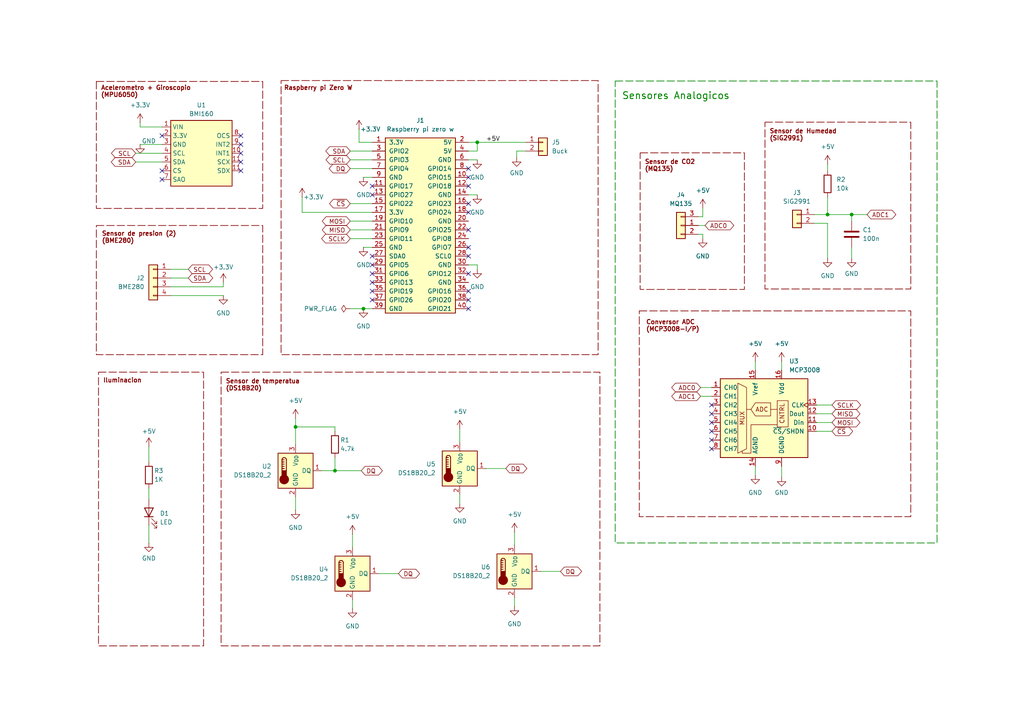
<source format=kicad_sch>
(kicad_sch
	(version 20231120)
	(generator "eeschema")
	(generator_version "8.0")
	(uuid "79131faf-b6e1-4903-a0d0-df18876f9f0e")
	(paper "A4")
	(title_block
		(title "WALL-E Hat")
		(date "2025-02-16")
	)
	(lib_symbols
		(symbol "Analog_ADC:MCP3008"
			(pin_names
				(offset 1.016)
			)
			(exclude_from_sim no)
			(in_bom yes)
			(on_board yes)
			(property "Reference" "U"
				(at -5.08 13.335 0)
				(effects
					(font
						(size 1.27 1.27)
					)
					(justify right)
				)
			)
			(property "Value" "MCP3008"
				(at -5.08 11.43 0)
				(effects
					(font
						(size 1.27 1.27)
					)
					(justify right)
				)
			)
			(property "Footprint" ""
				(at 2.54 2.54 0)
				(effects
					(font
						(size 1.27 1.27)
					)
					(hide yes)
				)
			)
			(property "Datasheet" "http://ww1.microchip.com/downloads/en/DeviceDoc/21295d.pdf"
				(at 2.54 2.54 0)
				(effects
					(font
						(size 1.27 1.27)
					)
					(hide yes)
				)
			)
			(property "Description" "A/D Converter, 10-Bit, 8-Channel, SPI Interface , 2.7V-5.5V"
				(at 0 0 0)
				(effects
					(font
						(size 1.27 1.27)
					)
					(hide yes)
				)
			)
			(property "ki_keywords" "12bit ADC Reference Single Supply SPI 8CH"
				(at 0 0 0)
				(effects
					(font
						(size 1.27 1.27)
					)
					(hide yes)
				)
			)
			(property "ki_fp_filters" "DIP*W7.62mm* SOIC*3.9x9.9mm*P1.27mm*"
				(at 0 0 0)
				(effects
					(font
						(size 1.27 1.27)
					)
					(hide yes)
				)
			)
			(symbol "MCP3008_0_0"
				(text "ADC"
					(at -0.635 1.27 0)
					(effects
						(font
							(size 1.27 1.27)
						)
					)
				)
				(text "CNTRL"
					(at 5.969 -2.921 900)
					(effects
						(font
							(size 1.27 1.27)
						)
						(justify left bottom)
					)
				)
				(text "MUX"
					(at -6.35 -1.27 900)
					(effects
						(font
							(size 1.27 1.27)
						)
					)
				)
			)
			(symbol "MCP3008_0_1"
				(polyline
					(pts
						(xy -3.81 1.27) (xy -5.08 1.27)
					)
					(stroke
						(width 0)
						(type default)
					)
					(fill
						(type none)
					)
				)
				(polyline
					(pts
						(xy 1.905 1.27) (xy 3.81 1.27)
					)
					(stroke
						(width 0)
						(type default)
					)
					(fill
						(type none)
					)
				)
				(polyline
					(pts
						(xy -7.62 8.89) (xy -7.62 -11.43) (xy -5.08 -10.16) (xy -5.08 7.62) (xy -7.62 8.89)
					)
					(stroke
						(width 0)
						(type default)
					)
					(fill
						(type none)
					)
				)
				(polyline
					(pts
						(xy 3.81 -3.175) (xy -3.81 -3.175) (xy -3.81 -11.43) (xy -6.35 -11.43) (xy -6.35 -10.795)
					)
					(stroke
						(width 0)
						(type default)
					)
					(fill
						(type none)
					)
				)
				(polyline
					(pts
						(xy 1.905 3.175) (xy 1.905 -0.635) (xy -2.54 -0.635) (xy -3.81 1.27) (xy -2.54 3.175) (xy 1.905 3.175)
					)
					(stroke
						(width 0)
						(type default)
					)
					(fill
						(type none)
					)
				)
				(rectangle
					(start 3.81 -3.81)
					(end 6.985 3.81)
					(stroke
						(width 0)
						(type default)
					)
					(fill
						(type none)
					)
				)
				(rectangle
					(start 12.7 -12.7)
					(end -12.7 10.16)
					(stroke
						(width 0.254)
						(type default)
					)
					(fill
						(type background)
					)
				)
			)
			(symbol "MCP3008_1_1"
				(pin input line
					(at -15.24 7.62 0)
					(length 2.54)
					(name "CH0"
						(effects
							(font
								(size 1.27 1.27)
							)
						)
					)
					(number "1"
						(effects
							(font
								(size 1.27 1.27)
							)
						)
					)
				)
				(pin input line
					(at 15.24 -5.08 180)
					(length 2.54)
					(name "~{CS}/SHDN"
						(effects
							(font
								(size 1.27 1.27)
							)
						)
					)
					(number "10"
						(effects
							(font
								(size 1.27 1.27)
							)
						)
					)
				)
				(pin input line
					(at 15.24 -2.54 180)
					(length 2.54)
					(name "Din"
						(effects
							(font
								(size 1.27 1.27)
							)
						)
					)
					(number "11"
						(effects
							(font
								(size 1.27 1.27)
							)
						)
					)
				)
				(pin output line
					(at 15.24 0 180)
					(length 2.54)
					(name "Dout"
						(effects
							(font
								(size 1.27 1.27)
							)
						)
					)
					(number "12"
						(effects
							(font
								(size 1.27 1.27)
							)
						)
					)
				)
				(pin input clock
					(at 15.24 2.54 180)
					(length 2.54)
					(name "CLK"
						(effects
							(font
								(size 1.27 1.27)
							)
						)
					)
					(number "13"
						(effects
							(font
								(size 1.27 1.27)
							)
						)
					)
				)
				(pin power_in line
					(at -2.54 -15.24 90)
					(length 2.54)
					(name "AGND"
						(effects
							(font
								(size 1.27 1.27)
							)
						)
					)
					(number "14"
						(effects
							(font
								(size 1.27 1.27)
							)
						)
					)
				)
				(pin power_in line
					(at -2.54 12.7 270)
					(length 2.54)
					(name "Vref"
						(effects
							(font
								(size 1.27 1.27)
							)
						)
					)
					(number "15"
						(effects
							(font
								(size 1.27 1.27)
							)
						)
					)
				)
				(pin power_in line
					(at 5.08 12.7 270)
					(length 2.54)
					(name "Vdd"
						(effects
							(font
								(size 1.27 1.27)
							)
						)
					)
					(number "16"
						(effects
							(font
								(size 1.27 1.27)
							)
						)
					)
				)
				(pin input line
					(at -15.24 5.08 0)
					(length 2.54)
					(name "CH1"
						(effects
							(font
								(size 1.27 1.27)
							)
						)
					)
					(number "2"
						(effects
							(font
								(size 1.27 1.27)
							)
						)
					)
				)
				(pin input line
					(at -15.24 2.54 0)
					(length 2.54)
					(name "CH2"
						(effects
							(font
								(size 1.27 1.27)
							)
						)
					)
					(number "3"
						(effects
							(font
								(size 1.27 1.27)
							)
						)
					)
				)
				(pin input line
					(at -15.24 0 0)
					(length 2.54)
					(name "CH3"
						(effects
							(font
								(size 1.27 1.27)
							)
						)
					)
					(number "4"
						(effects
							(font
								(size 1.27 1.27)
							)
						)
					)
				)
				(pin input line
					(at -15.24 -2.54 0)
					(length 2.54)
					(name "CH4"
						(effects
							(font
								(size 1.27 1.27)
							)
						)
					)
					(number "5"
						(effects
							(font
								(size 1.27 1.27)
							)
						)
					)
				)
				(pin input line
					(at -15.24 -5.08 0)
					(length 2.54)
					(name "CH5"
						(effects
							(font
								(size 1.27 1.27)
							)
						)
					)
					(number "6"
						(effects
							(font
								(size 1.27 1.27)
							)
						)
					)
				)
				(pin input line
					(at -15.24 -7.62 0)
					(length 2.54)
					(name "CH6"
						(effects
							(font
								(size 1.27 1.27)
							)
						)
					)
					(number "7"
						(effects
							(font
								(size 1.27 1.27)
							)
						)
					)
				)
				(pin input line
					(at -15.24 -10.16 0)
					(length 2.54)
					(name "CH7"
						(effects
							(font
								(size 1.27 1.27)
							)
						)
					)
					(number "8"
						(effects
							(font
								(size 1.27 1.27)
							)
						)
					)
				)
				(pin power_in line
					(at 5.08 -15.24 90)
					(length 2.54)
					(name "DGND"
						(effects
							(font
								(size 1.27 1.27)
							)
						)
					)
					(number "9"
						(effects
							(font
								(size 1.27 1.27)
							)
						)
					)
				)
			)
		)
		(symbol "Connector_Generic:Conn_01x02"
			(pin_names
				(offset 1.016) hide)
			(exclude_from_sim no)
			(in_bom yes)
			(on_board yes)
			(property "Reference" "J"
				(at 0 2.54 0)
				(effects
					(font
						(size 1.27 1.27)
					)
				)
			)
			(property "Value" "Conn_01x02"
				(at 0 -5.08 0)
				(effects
					(font
						(size 1.27 1.27)
					)
				)
			)
			(property "Footprint" ""
				(at 0 0 0)
				(effects
					(font
						(size 1.27 1.27)
					)
					(hide yes)
				)
			)
			(property "Datasheet" "~"
				(at 0 0 0)
				(effects
					(font
						(size 1.27 1.27)
					)
					(hide yes)
				)
			)
			(property "Description" "Generic connector, single row, 01x02, script generated (kicad-library-utils/schlib/autogen/connector/)"
				(at 0 0 0)
				(effects
					(font
						(size 1.27 1.27)
					)
					(hide yes)
				)
			)
			(property "ki_keywords" "connector"
				(at 0 0 0)
				(effects
					(font
						(size 1.27 1.27)
					)
					(hide yes)
				)
			)
			(property "ki_fp_filters" "Connector*:*_1x??_*"
				(at 0 0 0)
				(effects
					(font
						(size 1.27 1.27)
					)
					(hide yes)
				)
			)
			(symbol "Conn_01x02_1_1"
				(rectangle
					(start -1.27 -2.413)
					(end 0 -2.667)
					(stroke
						(width 0.1524)
						(type default)
					)
					(fill
						(type none)
					)
				)
				(rectangle
					(start -1.27 0.127)
					(end 0 -0.127)
					(stroke
						(width 0.1524)
						(type default)
					)
					(fill
						(type none)
					)
				)
				(rectangle
					(start -1.27 1.27)
					(end 1.27 -3.81)
					(stroke
						(width 0.254)
						(type default)
					)
					(fill
						(type background)
					)
				)
				(pin passive line
					(at -5.08 0 0)
					(length 3.81)
					(name "Pin_1"
						(effects
							(font
								(size 1.27 1.27)
							)
						)
					)
					(number "1"
						(effects
							(font
								(size 1.27 1.27)
							)
						)
					)
				)
				(pin passive line
					(at -5.08 -2.54 0)
					(length 3.81)
					(name "Pin_2"
						(effects
							(font
								(size 1.27 1.27)
							)
						)
					)
					(number "2"
						(effects
							(font
								(size 1.27 1.27)
							)
						)
					)
				)
			)
		)
		(symbol "Connector_Generic:Conn_01x03"
			(pin_names
				(offset 1.016) hide)
			(exclude_from_sim no)
			(in_bom yes)
			(on_board yes)
			(property "Reference" "J4"
				(at 0 8.89 0)
				(effects
					(font
						(size 1.27 1.27)
					)
				)
			)
			(property "Value" "MQ135"
				(at 0 6.35 0)
				(effects
					(font
						(size 1.27 1.27)
					)
				)
			)
			(property "Footprint" "Connector_JST:JST_XH_S3B-XH-A-1_1x03_P2.50mm_Horizontal"
				(at 0 0 0)
				(effects
					(font
						(size 1.27 1.27)
					)
					(hide yes)
				)
			)
			(property "Datasheet" "~"
				(at 0 0 0)
				(effects
					(font
						(size 1.27 1.27)
					)
					(hide yes)
				)
			)
			(property "Description" "Generic connector, single row, 01x03, script generated (kicad-library-utils/schlib/autogen/connector/)"
				(at 0 0 0)
				(effects
					(font
						(size 1.27 1.27)
					)
					(hide yes)
				)
			)
			(property "ki_keywords" "connector"
				(at 0 0 0)
				(effects
					(font
						(size 1.27 1.27)
					)
					(hide yes)
				)
			)
			(property "ki_fp_filters" "Connector*:*_1x??_*"
				(at 0 0 0)
				(effects
					(font
						(size 1.27 1.27)
					)
					(hide yes)
				)
			)
			(symbol "Conn_01x03_1_1"
				(rectangle
					(start -1.27 -2.413)
					(end 0 -2.667)
					(stroke
						(width 0.1524)
						(type default)
					)
					(fill
						(type none)
					)
				)
				(rectangle
					(start -1.27 0.127)
					(end 0 -0.127)
					(stroke
						(width 0.1524)
						(type default)
					)
					(fill
						(type none)
					)
				)
				(rectangle
					(start -1.27 2.667)
					(end 0 2.413)
					(stroke
						(width 0.1524)
						(type default)
					)
					(fill
						(type none)
					)
				)
				(rectangle
					(start -1.27 3.81)
					(end 1.27 -3.81)
					(stroke
						(width 0.254)
						(type default)
					)
					(fill
						(type background)
					)
				)
				(pin passive line
					(at -5.08 0 0)
					(length 3.81)
					(name "Pin_2"
						(effects
							(font
								(size 1.27 1.27)
							)
						)
					)
					(number "1"
						(effects
							(font
								(size 1.27 1.27)
							)
						)
					)
				)
				(pin passive line
					(at -5.08 -2.54 0)
					(length 3.81)
					(name "Pin_3"
						(effects
							(font
								(size 1.27 1.27)
							)
						)
					)
					(number "2"
						(effects
							(font
								(size 1.27 1.27)
							)
						)
					)
				)
				(pin passive line
					(at -5.08 2.54 0)
					(length 3.81)
					(name "Pin_1"
						(effects
							(font
								(size 1.27 1.27)
							)
						)
					)
					(number "3"
						(effects
							(font
								(size 1.27 1.27)
							)
						)
					)
				)
			)
		)
		(symbol "Connector_Generic:Conn_01x04"
			(pin_names
				(offset 1.016) hide)
			(exclude_from_sim no)
			(in_bom yes)
			(on_board yes)
			(property "Reference" "J"
				(at 0 5.08 0)
				(effects
					(font
						(size 1.27 1.27)
					)
				)
			)
			(property "Value" "Conn_01x04"
				(at 0 -7.62 0)
				(effects
					(font
						(size 1.27 1.27)
					)
				)
			)
			(property "Footprint" ""
				(at 0 0 0)
				(effects
					(font
						(size 1.27 1.27)
					)
					(hide yes)
				)
			)
			(property "Datasheet" "~"
				(at 0 0 0)
				(effects
					(font
						(size 1.27 1.27)
					)
					(hide yes)
				)
			)
			(property "Description" "Generic connector, single row, 01x04, script generated (kicad-library-utils/schlib/autogen/connector/)"
				(at 0 0 0)
				(effects
					(font
						(size 1.27 1.27)
					)
					(hide yes)
				)
			)
			(property "ki_keywords" "connector"
				(at 0 0 0)
				(effects
					(font
						(size 1.27 1.27)
					)
					(hide yes)
				)
			)
			(property "ki_fp_filters" "Connector*:*_1x??_*"
				(at 0 0 0)
				(effects
					(font
						(size 1.27 1.27)
					)
					(hide yes)
				)
			)
			(symbol "Conn_01x04_1_1"
				(rectangle
					(start -1.27 -4.953)
					(end 0 -5.207)
					(stroke
						(width 0.1524)
						(type default)
					)
					(fill
						(type none)
					)
				)
				(rectangle
					(start -1.27 -2.413)
					(end 0 -2.667)
					(stroke
						(width 0.1524)
						(type default)
					)
					(fill
						(type none)
					)
				)
				(rectangle
					(start -1.27 0.127)
					(end 0 -0.127)
					(stroke
						(width 0.1524)
						(type default)
					)
					(fill
						(type none)
					)
				)
				(rectangle
					(start -1.27 2.667)
					(end 0 2.413)
					(stroke
						(width 0.1524)
						(type default)
					)
					(fill
						(type none)
					)
				)
				(rectangle
					(start -1.27 3.81)
					(end 1.27 -6.35)
					(stroke
						(width 0.254)
						(type default)
					)
					(fill
						(type background)
					)
				)
				(pin passive line
					(at -5.08 2.54 0)
					(length 3.81)
					(name "Pin_1"
						(effects
							(font
								(size 1.27 1.27)
							)
						)
					)
					(number "1"
						(effects
							(font
								(size 1.27 1.27)
							)
						)
					)
				)
				(pin passive line
					(at -5.08 0 0)
					(length 3.81)
					(name "Pin_2"
						(effects
							(font
								(size 1.27 1.27)
							)
						)
					)
					(number "2"
						(effects
							(font
								(size 1.27 1.27)
							)
						)
					)
				)
				(pin passive line
					(at -5.08 -2.54 0)
					(length 3.81)
					(name "Pin_3"
						(effects
							(font
								(size 1.27 1.27)
							)
						)
					)
					(number "3"
						(effects
							(font
								(size 1.27 1.27)
							)
						)
					)
				)
				(pin passive line
					(at -5.08 -5.08 0)
					(length 3.81)
					(name "Pin_4"
						(effects
							(font
								(size 1.27 1.27)
							)
						)
					)
					(number "4"
						(effects
							(font
								(size 1.27 1.27)
							)
						)
					)
				)
			)
		)
		(symbol "Custom:BMI160"
			(exclude_from_sim no)
			(in_bom yes)
			(on_board yes)
			(property "Reference" "U"
				(at 0 4.064 0)
				(effects
					(font
						(size 1.27 1.27)
					)
				)
			)
			(property "Value" "BMI160"
				(at 0 2.286 0)
				(effects
					(font
						(size 1.27 1.27)
					)
				)
			)
			(property "Footprint" ""
				(at 0 0 0)
				(effects
					(font
						(size 1.27 1.27)
					)
					(hide yes)
				)
			)
			(property "Datasheet" ""
				(at 0 0 0)
				(effects
					(font
						(size 1.27 1.27)
					)
					(hide yes)
				)
			)
			(property "Description" ""
				(at 0 0 0)
				(effects
					(font
						(size 1.27 1.27)
					)
					(hide yes)
				)
			)
			(symbol "BMI160_1_1"
				(rectangle
					(start -8.89 0.635)
					(end 8.89 -18.415)
					(stroke
						(width 0.254)
						(type default)
					)
					(fill
						(type background)
					)
				)
				(pin power_in line
					(at -11.43 -1.27 0)
					(length 2.54)
					(name "VIN"
						(effects
							(font
								(size 1.27 1.27)
							)
						)
					)
					(number "1"
						(effects
							(font
								(size 1.27 1.27)
							)
						)
					)
				)
				(pin input line
					(at 11.43 -8.89 180)
					(length 2.54)
					(name "INT1"
						(effects
							(font
								(size 1.27 1.27)
							)
						)
					)
					(number "10"
						(effects
							(font
								(size 1.27 1.27)
							)
						)
					)
				)
				(pin input line
					(at 11.43 -11.43 180)
					(length 2.54)
					(name "SCX"
						(effects
							(font
								(size 1.27 1.27)
							)
						)
					)
					(number "11"
						(effects
							(font
								(size 1.27 1.27)
							)
						)
					)
				)
				(pin input line
					(at 11.43 -13.97 180)
					(length 2.54)
					(name "SDX"
						(effects
							(font
								(size 1.27 1.27)
							)
						)
					)
					(number "11"
						(effects
							(font
								(size 1.27 1.27)
							)
						)
					)
				)
				(pin power_out line
					(at -11.43 -3.81 0)
					(length 2.54)
					(name "3.3V"
						(effects
							(font
								(size 1.27 1.27)
							)
						)
					)
					(number "2"
						(effects
							(font
								(size 1.27 1.27)
							)
						)
					)
				)
				(pin power_out line
					(at -11.43 -6.35 0)
					(length 2.54)
					(name "GND"
						(effects
							(font
								(size 1.27 1.27)
							)
						)
					)
					(number "3"
						(effects
							(font
								(size 1.27 1.27)
							)
						)
					)
				)
				(pin input line
					(at -11.43 -8.89 0)
					(length 2.54)
					(name "SCL"
						(effects
							(font
								(size 1.27 1.27)
							)
						)
					)
					(number "4"
						(effects
							(font
								(size 1.27 1.27)
							)
						)
					)
				)
				(pin input line
					(at -11.43 -11.43 0)
					(length 2.54)
					(name "SDA"
						(effects
							(font
								(size 1.27 1.27)
							)
						)
					)
					(number "5"
						(effects
							(font
								(size 1.27 1.27)
							)
						)
					)
				)
				(pin bidirectional line
					(at -11.43 -13.97 0)
					(length 2.54)
					(name "CS"
						(effects
							(font
								(size 1.27 1.27)
							)
						)
					)
					(number "6"
						(effects
							(font
								(size 1.27 1.27)
							)
						)
					)
				)
				(pin bidirectional line
					(at -11.43 -16.51 0)
					(length 2.54)
					(name "SAO"
						(effects
							(font
								(size 1.27 1.27)
							)
						)
					)
					(number "7"
						(effects
							(font
								(size 1.27 1.27)
							)
						)
					)
				)
				(pin input line
					(at 11.43 -3.81 180)
					(length 2.54)
					(name "OCS"
						(effects
							(font
								(size 1.27 1.27)
							)
						)
					)
					(number "8"
						(effects
							(font
								(size 1.27 1.27)
							)
						)
					)
				)
				(pin input line
					(at 11.43 -6.35 180)
					(length 2.54)
					(name "INT2"
						(effects
							(font
								(size 1.27 1.27)
							)
						)
					)
					(number "9"
						(effects
							(font
								(size 1.27 1.27)
							)
						)
					)
				)
			)
		)
		(symbol "Custom:RaspeberryPi_zero"
			(pin_names
				(offset 1.016)
			)
			(exclude_from_sim no)
			(in_bom yes)
			(on_board yes)
			(property "Reference" "J"
				(at 1.27 29.1635 0)
				(effects
					(font
						(size 1.27 1.27)
					)
				)
			)
			(property "Value" "Raspberry pi zero w"
				(at 1.27 26.6235 0)
				(effects
					(font
						(size 1.27 1.27)
					)
				)
			)
			(property "Footprint" ""
				(at -3.81 0 0)
				(effects
					(font
						(size 1.27 1.27)
					)
					(hide yes)
				)
			)
			(property "Datasheet" "~"
				(at -15.494 -33.528 0)
				(effects
					(font
						(size 1.27 1.27)
					)
					(hide yes)
				)
			)
			(property "Description" "Pines tarjeta de desarrollo raspberry zero"
				(at 4.318 -30.734 0)
				(effects
					(font
						(size 1.27 1.27)
					)
					(hide yes)
				)
			)
			(property "ki_keywords" "connector"
				(at 0 0 0)
				(effects
					(font
						(size 1.27 1.27)
					)
					(hide yes)
				)
			)
			(property "ki_fp_filters" "Connector*:*_2x??_*"
				(at 0 0 0)
				(effects
					(font
						(size 1.27 1.27)
					)
					(hide yes)
				)
			)
			(symbol "RaspeberryPi_zero_1_1"
				(rectangle
					(start -8.89 24.13)
					(end 11.43 -26.67)
					(stroke
						(width 0.254)
						(type default)
					)
					(fill
						(type background)
					)
				)
				(pin passive line
					(at -12.7 22.86 0)
					(length 3.81)
					(name "3.3V"
						(effects
							(font
								(size 1.27 1.27)
							)
						)
					)
					(number "1"
						(effects
							(font
								(size 1.27 1.27)
							)
						)
					)
				)
				(pin passive line
					(at 15.24 12.7 180)
					(length 3.81)
					(name "GPIO15"
						(effects
							(font
								(size 1.27 1.27)
							)
						)
					)
					(number "10"
						(effects
							(font
								(size 1.27 1.27)
							)
						)
					)
				)
				(pin passive line
					(at -12.7 10.16 0)
					(length 3.81)
					(name "GPIO17"
						(effects
							(font
								(size 1.27 1.27)
							)
						)
					)
					(number "11"
						(effects
							(font
								(size 1.27 1.27)
							)
						)
					)
				)
				(pin passive line
					(at 15.24 10.16 180)
					(length 3.81)
					(name "GPIO18"
						(effects
							(font
								(size 1.27 1.27)
							)
						)
					)
					(number "12"
						(effects
							(font
								(size 1.27 1.27)
							)
						)
					)
				)
				(pin passive line
					(at -12.7 7.62 0)
					(length 3.81)
					(name "GPIO27"
						(effects
							(font
								(size 1.27 1.27)
							)
						)
					)
					(number "13"
						(effects
							(font
								(size 1.27 1.27)
							)
						)
					)
				)
				(pin power_in line
					(at 15.24 7.62 180)
					(length 3.81)
					(name "GND"
						(effects
							(font
								(size 1.27 1.27)
							)
						)
					)
					(number "14"
						(effects
							(font
								(size 1.27 1.27)
							)
						)
					)
				)
				(pin passive line
					(at -12.7 5.08 0)
					(length 3.81)
					(name "GPIO22"
						(effects
							(font
								(size 1.27 1.27)
							)
						)
					)
					(number "15"
						(effects
							(font
								(size 1.27 1.27)
							)
						)
					)
				)
				(pin passive line
					(at 15.24 5.08 180)
					(length 3.81)
					(name "GPIO23"
						(effects
							(font
								(size 1.27 1.27)
							)
						)
					)
					(number "16"
						(effects
							(font
								(size 1.27 1.27)
							)
						)
					)
				)
				(pin passive line
					(at -12.7 2.54 0)
					(length 3.81)
					(name "3.3V"
						(effects
							(font
								(size 1.27 1.27)
							)
						)
					)
					(number "17"
						(effects
							(font
								(size 1.27 1.27)
							)
						)
					)
				)
				(pin passive line
					(at 15.24 2.54 180)
					(length 3.81)
					(name "GPIO24"
						(effects
							(font
								(size 1.27 1.27)
							)
						)
					)
					(number "18"
						(effects
							(font
								(size 1.27 1.27)
							)
						)
					)
				)
				(pin passive line
					(at -12.7 0 0)
					(length 3.81)
					(name "GPIO10"
						(effects
							(font
								(size 1.27 1.27)
							)
						)
					)
					(number "19"
						(effects
							(font
								(size 1.27 1.27)
							)
						)
					)
				)
				(pin passive line
					(at 15.24 22.86 180)
					(length 3.81)
					(name "5V"
						(effects
							(font
								(size 1.27 1.27)
							)
						)
					)
					(number "2"
						(effects
							(font
								(size 1.27 1.27)
							)
						)
					)
				)
				(pin power_in line
					(at 15.24 0 180)
					(length 3.81)
					(name "GND"
						(effects
							(font
								(size 1.27 1.27)
							)
						)
					)
					(number "20"
						(effects
							(font
								(size 1.27 1.27)
							)
						)
					)
				)
				(pin passive line
					(at -12.7 -2.54 0)
					(length 3.81)
					(name "GPIO9"
						(effects
							(font
								(size 1.27 1.27)
							)
						)
					)
					(number "21"
						(effects
							(font
								(size 1.27 1.27)
							)
						)
					)
				)
				(pin passive line
					(at 15.24 -2.54 180)
					(length 3.81)
					(name "GPIO25"
						(effects
							(font
								(size 1.27 1.27)
							)
						)
					)
					(number "22"
						(effects
							(font
								(size 1.27 1.27)
							)
						)
					)
				)
				(pin passive line
					(at -12.7 -5.08 0)
					(length 3.81)
					(name "GPIO11"
						(effects
							(font
								(size 1.27 1.27)
							)
						)
					)
					(number "23"
						(effects
							(font
								(size 1.27 1.27)
							)
						)
					)
				)
				(pin passive line
					(at 15.24 -5.08 180)
					(length 3.81)
					(name "GPIO8"
						(effects
							(font
								(size 1.27 1.27)
							)
						)
					)
					(number "24"
						(effects
							(font
								(size 1.27 1.27)
							)
						)
					)
				)
				(pin power_in line
					(at -12.7 -7.62 0)
					(length 3.81)
					(name "GND"
						(effects
							(font
								(size 1.27 1.27)
							)
						)
					)
					(number "25"
						(effects
							(font
								(size 1.27 1.27)
							)
						)
					)
				)
				(pin passive line
					(at 15.24 -7.62 180)
					(length 3.81)
					(name "GPIO7"
						(effects
							(font
								(size 1.27 1.27)
							)
						)
					)
					(number "26"
						(effects
							(font
								(size 1.27 1.27)
							)
						)
					)
				)
				(pin passive line
					(at -12.7 -10.16 0)
					(length 3.81)
					(name "SDA0"
						(effects
							(font
								(size 1.27 1.27)
							)
						)
					)
					(number "27"
						(effects
							(font
								(size 1.27 1.27)
							)
						)
					)
				)
				(pin passive line
					(at 15.24 -10.16 180)
					(length 3.81)
					(name "SCL0"
						(effects
							(font
								(size 1.27 1.27)
							)
						)
					)
					(number "28"
						(effects
							(font
								(size 1.27 1.27)
							)
						)
					)
				)
				(pin passive line
					(at -12.7 -12.7 0)
					(length 3.81)
					(name "GPIO5"
						(effects
							(font
								(size 1.27 1.27)
							)
						)
					)
					(number "29"
						(effects
							(font
								(size 1.27 1.27)
							)
						)
					)
				)
				(pin passive line
					(at -12.7 20.32 0)
					(length 3.81)
					(name "GPIO2"
						(effects
							(font
								(size 1.27 1.27)
							)
						)
					)
					(number "3"
						(effects
							(font
								(size 1.27 1.27)
							)
						)
					)
				)
				(pin power_in line
					(at 15.24 -12.7 180)
					(length 3.81)
					(name "GND"
						(effects
							(font
								(size 1.27 1.27)
							)
						)
					)
					(number "30"
						(effects
							(font
								(size 1.27 1.27)
							)
						)
					)
				)
				(pin passive line
					(at -12.7 -15.24 0)
					(length 3.81)
					(name "GPIO6"
						(effects
							(font
								(size 1.27 1.27)
							)
						)
					)
					(number "31"
						(effects
							(font
								(size 1.27 1.27)
							)
						)
					)
				)
				(pin passive line
					(at 15.24 -15.24 180)
					(length 3.81)
					(name "GPIO12"
						(effects
							(font
								(size 1.27 1.27)
							)
						)
					)
					(number "32"
						(effects
							(font
								(size 1.27 1.27)
							)
						)
					)
				)
				(pin passive line
					(at -12.7 -17.78 0)
					(length 3.81)
					(name "GPIO13"
						(effects
							(font
								(size 1.27 1.27)
							)
						)
					)
					(number "33"
						(effects
							(font
								(size 1.27 1.27)
							)
						)
					)
				)
				(pin power_in line
					(at 15.24 -17.78 180)
					(length 3.81)
					(name "GND"
						(effects
							(font
								(size 1.27 1.27)
							)
						)
					)
					(number "34"
						(effects
							(font
								(size 1.27 1.27)
							)
						)
					)
				)
				(pin passive line
					(at -12.7 -20.32 0)
					(length 3.81)
					(name "GPIO19"
						(effects
							(font
								(size 1.27 1.27)
							)
						)
					)
					(number "35"
						(effects
							(font
								(size 1.27 1.27)
							)
						)
					)
				)
				(pin passive line
					(at 15.24 -20.32 180)
					(length 3.81)
					(name "GPIO16"
						(effects
							(font
								(size 1.27 1.27)
							)
						)
					)
					(number "36"
						(effects
							(font
								(size 1.27 1.27)
							)
						)
					)
				)
				(pin passive line
					(at -12.7 -22.86 0)
					(length 3.81)
					(name "GPIO26"
						(effects
							(font
								(size 1.27 1.27)
							)
						)
					)
					(number "37"
						(effects
							(font
								(size 1.27 1.27)
							)
						)
					)
				)
				(pin passive line
					(at 15.24 -22.86 180)
					(length 3.81)
					(name "GPIO20"
						(effects
							(font
								(size 1.27 1.27)
							)
						)
					)
					(number "38"
						(effects
							(font
								(size 1.27 1.27)
							)
						)
					)
				)
				(pin power_in line
					(at -12.7 -25.4 0)
					(length 3.81)
					(name "GND"
						(effects
							(font
								(size 1.27 1.27)
							)
						)
					)
					(number "39"
						(effects
							(font
								(size 1.27 1.27)
							)
						)
					)
				)
				(pin passive line
					(at 15.24 20.32 180)
					(length 3.81)
					(name "5V"
						(effects
							(font
								(size 1.27 1.27)
							)
						)
					)
					(number "4"
						(effects
							(font
								(size 1.27 1.27)
							)
						)
					)
				)
				(pin passive line
					(at 15.24 -25.4 180)
					(length 3.81)
					(name "GPIO21"
						(effects
							(font
								(size 1.27 1.27)
							)
						)
					)
					(number "40"
						(effects
							(font
								(size 1.27 1.27)
							)
						)
					)
				)
				(pin passive line
					(at -12.7 17.78 0)
					(length 3.81)
					(name "GPIO3"
						(effects
							(font
								(size 1.27 1.27)
							)
						)
					)
					(number "5"
						(effects
							(font
								(size 1.27 1.27)
							)
						)
					)
				)
				(pin power_in line
					(at 15.24 17.78 180)
					(length 3.81)
					(name "GND"
						(effects
							(font
								(size 1.27 1.27)
							)
						)
					)
					(number "6"
						(effects
							(font
								(size 1.27 1.27)
							)
						)
					)
				)
				(pin passive line
					(at -12.7 15.24 0)
					(length 3.81)
					(name "GPIO4"
						(effects
							(font
								(size 1.27 1.27)
							)
						)
					)
					(number "7"
						(effects
							(font
								(size 1.27 1.27)
							)
						)
					)
				)
				(pin passive line
					(at 15.24 15.24 180)
					(length 3.81)
					(name "GPIO14"
						(effects
							(font
								(size 1.27 1.27)
							)
						)
					)
					(number "8"
						(effects
							(font
								(size 1.27 1.27)
							)
						)
					)
				)
				(pin power_in line
					(at -12.7 12.7 0)
					(length 3.81)
					(name "GND"
						(effects
							(font
								(size 1.27 1.27)
							)
						)
					)
					(number "9"
						(effects
							(font
								(size 1.27 1.27)
							)
						)
					)
				)
			)
		)
		(symbol "DS18B20_1"
			(exclude_from_sim no)
			(in_bom yes)
			(on_board yes)
			(property "Reference" "U4"
				(at -6.985 1.2701 0)
				(effects
					(font
						(size 1.27 1.27)
					)
					(justify right)
				)
			)
			(property "Value" "DS18B20_2"
				(at -6.985 -1.2699 0)
				(effects
					(font
						(size 1.27 1.27)
					)
					(justify right)
				)
			)
			(property "Footprint" "Connector_JST:JST_XH_S3B-XH-A-1_1x03_P2.50mm_Horizontal"
				(at -25.4 -6.35 0)
				(effects
					(font
						(size 1.27 1.27)
					)
					(hide yes)
				)
			)
			(property "Datasheet" "http://datasheets.maximintegrated.com/en/ds/DS18B20.pdf"
				(at -3.81 6.35 0)
				(effects
					(font
						(size 1.27 1.27)
					)
					(hide yes)
				)
			)
			(property "Description" "Programmable Resolution 1-Wire Digital Thermometer TO-92"
				(at 0 0 0)
				(effects
					(font
						(size 1.27 1.27)
					)
					(hide yes)
				)
			)
			(property "ki_keywords" "OneWire 1Wire Dallas Maxim"
				(at 0 0 0)
				(effects
					(font
						(size 1.27 1.27)
					)
					(hide yes)
				)
			)
			(property "ki_fp_filters" "TO*92*"
				(at 0 0 0)
				(effects
					(font
						(size 1.27 1.27)
					)
					(hide yes)
				)
			)
			(symbol "DS18B20_1_0_1"
				(rectangle
					(start -5.08 5.08)
					(end 5.08 -5.08)
					(stroke
						(width 0.254)
						(type default)
					)
					(fill
						(type background)
					)
				)
				(circle
					(center -3.302 -2.54)
					(radius 1.27)
					(stroke
						(width 0.254)
						(type default)
					)
					(fill
						(type outline)
					)
				)
				(rectangle
					(start -2.667 -1.905)
					(end -3.937 0)
					(stroke
						(width 0.254)
						(type default)
					)
					(fill
						(type outline)
					)
				)
				(arc
					(start -2.667 3.175)
					(mid -3.302 3.8073)
					(end -3.937 3.175)
					(stroke
						(width 0.254)
						(type default)
					)
					(fill
						(type none)
					)
				)
				(polyline
					(pts
						(xy -3.937 0.635) (xy -3.302 0.635)
					)
					(stroke
						(width 0.254)
						(type default)
					)
					(fill
						(type none)
					)
				)
				(polyline
					(pts
						(xy -3.937 1.27) (xy -3.302 1.27)
					)
					(stroke
						(width 0.254)
						(type default)
					)
					(fill
						(type none)
					)
				)
				(polyline
					(pts
						(xy -3.937 1.905) (xy -3.302 1.905)
					)
					(stroke
						(width 0.254)
						(type default)
					)
					(fill
						(type none)
					)
				)
				(polyline
					(pts
						(xy -3.937 2.54) (xy -3.302 2.54)
					)
					(stroke
						(width 0.254)
						(type default)
					)
					(fill
						(type none)
					)
				)
				(polyline
					(pts
						(xy -3.937 3.175) (xy -3.937 0)
					)
					(stroke
						(width 0.254)
						(type default)
					)
					(fill
						(type none)
					)
				)
				(polyline
					(pts
						(xy -3.937 3.175) (xy -3.302 3.175)
					)
					(stroke
						(width 0.254)
						(type default)
					)
					(fill
						(type none)
					)
				)
				(polyline
					(pts
						(xy -2.667 3.175) (xy -2.667 0)
					)
					(stroke
						(width 0.254)
						(type default)
					)
					(fill
						(type none)
					)
				)
			)
			(symbol "DS18B20_1_1_1"
				(pin bidirectional line
					(at 7.62 0 180)
					(length 2.54)
					(name "DQ"
						(effects
							(font
								(size 1.27 1.27)
							)
						)
					)
					(number "1"
						(effects
							(font
								(size 1.27 1.27)
							)
						)
					)
				)
				(pin power_in line
					(at 0 -7.62 90)
					(length 2.54)
					(name "GND"
						(effects
							(font
								(size 1.27 1.27)
							)
						)
					)
					(number "2"
						(effects
							(font
								(size 1.27 1.27)
							)
						)
					)
				)
				(pin power_in line
					(at 0 7.62 270)
					(length 2.54)
					(name "V_{DD}"
						(effects
							(font
								(size 1.27 1.27)
							)
						)
					)
					(number "3"
						(effects
							(font
								(size 1.27 1.27)
							)
						)
					)
				)
			)
		)
		(symbol "Device:C"
			(pin_numbers hide)
			(pin_names
				(offset 0.254)
			)
			(exclude_from_sim no)
			(in_bom yes)
			(on_board yes)
			(property "Reference" "C"
				(at 0.635 2.54 0)
				(effects
					(font
						(size 1.27 1.27)
					)
					(justify left)
				)
			)
			(property "Value" "C"
				(at 0.635 -2.54 0)
				(effects
					(font
						(size 1.27 1.27)
					)
					(justify left)
				)
			)
			(property "Footprint" ""
				(at 0.9652 -3.81 0)
				(effects
					(font
						(size 1.27 1.27)
					)
					(hide yes)
				)
			)
			(property "Datasheet" "~"
				(at 0 0 0)
				(effects
					(font
						(size 1.27 1.27)
					)
					(hide yes)
				)
			)
			(property "Description" "Unpolarized capacitor"
				(at 0 0 0)
				(effects
					(font
						(size 1.27 1.27)
					)
					(hide yes)
				)
			)
			(property "ki_keywords" "cap capacitor"
				(at 0 0 0)
				(effects
					(font
						(size 1.27 1.27)
					)
					(hide yes)
				)
			)
			(property "ki_fp_filters" "C_*"
				(at 0 0 0)
				(effects
					(font
						(size 1.27 1.27)
					)
					(hide yes)
				)
			)
			(symbol "C_0_1"
				(polyline
					(pts
						(xy -2.032 -0.762) (xy 2.032 -0.762)
					)
					(stroke
						(width 0.508)
						(type default)
					)
					(fill
						(type none)
					)
				)
				(polyline
					(pts
						(xy -2.032 0.762) (xy 2.032 0.762)
					)
					(stroke
						(width 0.508)
						(type default)
					)
					(fill
						(type none)
					)
				)
			)
			(symbol "C_1_1"
				(pin passive line
					(at 0 3.81 270)
					(length 2.794)
					(name "~"
						(effects
							(font
								(size 1.27 1.27)
							)
						)
					)
					(number "1"
						(effects
							(font
								(size 1.27 1.27)
							)
						)
					)
				)
				(pin passive line
					(at 0 -3.81 90)
					(length 2.794)
					(name "~"
						(effects
							(font
								(size 1.27 1.27)
							)
						)
					)
					(number "2"
						(effects
							(font
								(size 1.27 1.27)
							)
						)
					)
				)
			)
		)
		(symbol "Device:LED"
			(pin_numbers hide)
			(pin_names
				(offset 1.016) hide)
			(exclude_from_sim no)
			(in_bom yes)
			(on_board yes)
			(property "Reference" "D"
				(at 0 2.54 0)
				(effects
					(font
						(size 1.27 1.27)
					)
				)
			)
			(property "Value" "LED"
				(at 0 -2.54 0)
				(effects
					(font
						(size 1.27 1.27)
					)
				)
			)
			(property "Footprint" ""
				(at 0 0 0)
				(effects
					(font
						(size 1.27 1.27)
					)
					(hide yes)
				)
			)
			(property "Datasheet" "~"
				(at 0 0 0)
				(effects
					(font
						(size 1.27 1.27)
					)
					(hide yes)
				)
			)
			(property "Description" "Light emitting diode"
				(at 0 0 0)
				(effects
					(font
						(size 1.27 1.27)
					)
					(hide yes)
				)
			)
			(property "ki_keywords" "LED diode"
				(at 0 0 0)
				(effects
					(font
						(size 1.27 1.27)
					)
					(hide yes)
				)
			)
			(property "ki_fp_filters" "LED* LED_SMD:* LED_THT:*"
				(at 0 0 0)
				(effects
					(font
						(size 1.27 1.27)
					)
					(hide yes)
				)
			)
			(symbol "LED_0_1"
				(polyline
					(pts
						(xy -1.27 -1.27) (xy -1.27 1.27)
					)
					(stroke
						(width 0.254)
						(type default)
					)
					(fill
						(type none)
					)
				)
				(polyline
					(pts
						(xy -1.27 0) (xy 1.27 0)
					)
					(stroke
						(width 0)
						(type default)
					)
					(fill
						(type none)
					)
				)
				(polyline
					(pts
						(xy 1.27 -1.27) (xy 1.27 1.27) (xy -1.27 0) (xy 1.27 -1.27)
					)
					(stroke
						(width 0.254)
						(type default)
					)
					(fill
						(type none)
					)
				)
				(polyline
					(pts
						(xy -3.048 -0.762) (xy -4.572 -2.286) (xy -3.81 -2.286) (xy -4.572 -2.286) (xy -4.572 -1.524)
					)
					(stroke
						(width 0)
						(type default)
					)
					(fill
						(type none)
					)
				)
				(polyline
					(pts
						(xy -1.778 -0.762) (xy -3.302 -2.286) (xy -2.54 -2.286) (xy -3.302 -2.286) (xy -3.302 -1.524)
					)
					(stroke
						(width 0)
						(type default)
					)
					(fill
						(type none)
					)
				)
			)
			(symbol "LED_1_1"
				(pin passive line
					(at -3.81 0 0)
					(length 2.54)
					(name "K"
						(effects
							(font
								(size 1.27 1.27)
							)
						)
					)
					(number "1"
						(effects
							(font
								(size 1.27 1.27)
							)
						)
					)
				)
				(pin passive line
					(at 3.81 0 180)
					(length 2.54)
					(name "A"
						(effects
							(font
								(size 1.27 1.27)
							)
						)
					)
					(number "2"
						(effects
							(font
								(size 1.27 1.27)
							)
						)
					)
				)
			)
		)
		(symbol "Device:R"
			(pin_numbers hide)
			(pin_names
				(offset 0)
			)
			(exclude_from_sim no)
			(in_bom yes)
			(on_board yes)
			(property "Reference" "R"
				(at 2.032 0 90)
				(effects
					(font
						(size 1.27 1.27)
					)
				)
			)
			(property "Value" "R"
				(at 0 0 90)
				(effects
					(font
						(size 1.27 1.27)
					)
				)
			)
			(property "Footprint" ""
				(at -1.778 0 90)
				(effects
					(font
						(size 1.27 1.27)
					)
					(hide yes)
				)
			)
			(property "Datasheet" "~"
				(at 0 0 0)
				(effects
					(font
						(size 1.27 1.27)
					)
					(hide yes)
				)
			)
			(property "Description" "Resistor"
				(at 0 0 0)
				(effects
					(font
						(size 1.27 1.27)
					)
					(hide yes)
				)
			)
			(property "ki_keywords" "R res resistor"
				(at 0 0 0)
				(effects
					(font
						(size 1.27 1.27)
					)
					(hide yes)
				)
			)
			(property "ki_fp_filters" "R_*"
				(at 0 0 0)
				(effects
					(font
						(size 1.27 1.27)
					)
					(hide yes)
				)
			)
			(symbol "R_0_1"
				(rectangle
					(start -1.016 -2.54)
					(end 1.016 2.54)
					(stroke
						(width 0.254)
						(type default)
					)
					(fill
						(type none)
					)
				)
			)
			(symbol "R_1_1"
				(pin passive line
					(at 0 3.81 270)
					(length 1.27)
					(name "~"
						(effects
							(font
								(size 1.27 1.27)
							)
						)
					)
					(number "1"
						(effects
							(font
								(size 1.27 1.27)
							)
						)
					)
				)
				(pin passive line
					(at 0 -3.81 90)
					(length 1.27)
					(name "~"
						(effects
							(font
								(size 1.27 1.27)
							)
						)
					)
					(number "2"
						(effects
							(font
								(size 1.27 1.27)
							)
						)
					)
				)
			)
		)
		(symbol "power:+3.3V"
			(power)
			(pin_numbers hide)
			(pin_names
				(offset 0) hide)
			(exclude_from_sim no)
			(in_bom yes)
			(on_board yes)
			(property "Reference" "#PWR"
				(at 0 -3.81 0)
				(effects
					(font
						(size 1.27 1.27)
					)
					(hide yes)
				)
			)
			(property "Value" "+3.3V"
				(at 0 3.556 0)
				(effects
					(font
						(size 1.27 1.27)
					)
				)
			)
			(property "Footprint" ""
				(at 0 0 0)
				(effects
					(font
						(size 1.27 1.27)
					)
					(hide yes)
				)
			)
			(property "Datasheet" ""
				(at 0 0 0)
				(effects
					(font
						(size 1.27 1.27)
					)
					(hide yes)
				)
			)
			(property "Description" "Power symbol creates a global label with name \"+3.3V\""
				(at 0 0 0)
				(effects
					(font
						(size 1.27 1.27)
					)
					(hide yes)
				)
			)
			(property "ki_keywords" "global power"
				(at 0 0 0)
				(effects
					(font
						(size 1.27 1.27)
					)
					(hide yes)
				)
			)
			(symbol "+3.3V_0_1"
				(polyline
					(pts
						(xy -0.762 1.27) (xy 0 2.54)
					)
					(stroke
						(width 0)
						(type default)
					)
					(fill
						(type none)
					)
				)
				(polyline
					(pts
						(xy 0 0) (xy 0 2.54)
					)
					(stroke
						(width 0)
						(type default)
					)
					(fill
						(type none)
					)
				)
				(polyline
					(pts
						(xy 0 2.54) (xy 0.762 1.27)
					)
					(stroke
						(width 0)
						(type default)
					)
					(fill
						(type none)
					)
				)
			)
			(symbol "+3.3V_1_1"
				(pin power_in line
					(at 0 0 90)
					(length 0)
					(name "~"
						(effects
							(font
								(size 1.27 1.27)
							)
						)
					)
					(number "1"
						(effects
							(font
								(size 1.27 1.27)
							)
						)
					)
				)
			)
		)
		(symbol "power:+5V"
			(power)
			(pin_numbers hide)
			(pin_names
				(offset 0) hide)
			(exclude_from_sim no)
			(in_bom yes)
			(on_board yes)
			(property "Reference" "#PWR"
				(at 0 -3.81 0)
				(effects
					(font
						(size 1.27 1.27)
					)
					(hide yes)
				)
			)
			(property "Value" "+5V"
				(at 0 3.556 0)
				(effects
					(font
						(size 1.27 1.27)
					)
				)
			)
			(property "Footprint" ""
				(at 0 0 0)
				(effects
					(font
						(size 1.27 1.27)
					)
					(hide yes)
				)
			)
			(property "Datasheet" ""
				(at 0 0 0)
				(effects
					(font
						(size 1.27 1.27)
					)
					(hide yes)
				)
			)
			(property "Description" "Power symbol creates a global label with name \"+5V\""
				(at 0 0 0)
				(effects
					(font
						(size 1.27 1.27)
					)
					(hide yes)
				)
			)
			(property "ki_keywords" "global power"
				(at 0 0 0)
				(effects
					(font
						(size 1.27 1.27)
					)
					(hide yes)
				)
			)
			(symbol "+5V_0_1"
				(polyline
					(pts
						(xy -0.762 1.27) (xy 0 2.54)
					)
					(stroke
						(width 0)
						(type default)
					)
					(fill
						(type none)
					)
				)
				(polyline
					(pts
						(xy 0 0) (xy 0 2.54)
					)
					(stroke
						(width 0)
						(type default)
					)
					(fill
						(type none)
					)
				)
				(polyline
					(pts
						(xy 0 2.54) (xy 0.762 1.27)
					)
					(stroke
						(width 0)
						(type default)
					)
					(fill
						(type none)
					)
				)
			)
			(symbol "+5V_1_1"
				(pin power_in line
					(at 0 0 90)
					(length 0)
					(name "~"
						(effects
							(font
								(size 1.27 1.27)
							)
						)
					)
					(number "1"
						(effects
							(font
								(size 1.27 1.27)
							)
						)
					)
				)
			)
		)
		(symbol "power:GND"
			(power)
			(pin_numbers hide)
			(pin_names
				(offset 0) hide)
			(exclude_from_sim no)
			(in_bom yes)
			(on_board yes)
			(property "Reference" "#PWR"
				(at 0 -6.35 0)
				(effects
					(font
						(size 1.27 1.27)
					)
					(hide yes)
				)
			)
			(property "Value" "GND"
				(at 0 -3.81 0)
				(effects
					(font
						(size 1.27 1.27)
					)
				)
			)
			(property "Footprint" ""
				(at 0 0 0)
				(effects
					(font
						(size 1.27 1.27)
					)
					(hide yes)
				)
			)
			(property "Datasheet" ""
				(at 0 0 0)
				(effects
					(font
						(size 1.27 1.27)
					)
					(hide yes)
				)
			)
			(property "Description" "Power symbol creates a global label with name \"GND\" , ground"
				(at 0 0 0)
				(effects
					(font
						(size 1.27 1.27)
					)
					(hide yes)
				)
			)
			(property "ki_keywords" "global power"
				(at 0 0 0)
				(effects
					(font
						(size 1.27 1.27)
					)
					(hide yes)
				)
			)
			(symbol "GND_0_1"
				(polyline
					(pts
						(xy 0 0) (xy 0 -1.27) (xy 1.27 -1.27) (xy 0 -2.54) (xy -1.27 -1.27) (xy 0 -1.27)
					)
					(stroke
						(width 0)
						(type default)
					)
					(fill
						(type none)
					)
				)
			)
			(symbol "GND_1_1"
				(pin power_in line
					(at 0 0 270)
					(length 0)
					(name "~"
						(effects
							(font
								(size 1.27 1.27)
							)
						)
					)
					(number "1"
						(effects
							(font
								(size 1.27 1.27)
							)
						)
					)
				)
			)
		)
		(symbol "power:PWR_FLAG"
			(power)
			(pin_numbers hide)
			(pin_names
				(offset 0) hide)
			(exclude_from_sim no)
			(in_bom yes)
			(on_board yes)
			(property "Reference" "#FLG"
				(at 0 1.905 0)
				(effects
					(font
						(size 1.27 1.27)
					)
					(hide yes)
				)
			)
			(property "Value" "PWR_FLAG"
				(at 0 3.81 0)
				(effects
					(font
						(size 1.27 1.27)
					)
				)
			)
			(property "Footprint" ""
				(at 0 0 0)
				(effects
					(font
						(size 1.27 1.27)
					)
					(hide yes)
				)
			)
			(property "Datasheet" "~"
				(at 0 0 0)
				(effects
					(font
						(size 1.27 1.27)
					)
					(hide yes)
				)
			)
			(property "Description" "Special symbol for telling ERC where power comes from"
				(at 0 0 0)
				(effects
					(font
						(size 1.27 1.27)
					)
					(hide yes)
				)
			)
			(property "ki_keywords" "flag power"
				(at 0 0 0)
				(effects
					(font
						(size 1.27 1.27)
					)
					(hide yes)
				)
			)
			(symbol "PWR_FLAG_0_0"
				(pin power_out line
					(at 0 0 90)
					(length 0)
					(name "~"
						(effects
							(font
								(size 1.27 1.27)
							)
						)
					)
					(number "1"
						(effects
							(font
								(size 1.27 1.27)
							)
						)
					)
				)
			)
			(symbol "PWR_FLAG_0_1"
				(polyline
					(pts
						(xy 0 0) (xy 0 1.27) (xy -1.016 1.905) (xy 0 2.54) (xy 1.016 1.905) (xy 0 1.27)
					)
					(stroke
						(width 0)
						(type default)
					)
					(fill
						(type none)
					)
				)
			)
		)
	)
	(junction
		(at 85.725 123.825)
		(diameter 0)
		(color 0 0 0 0)
		(uuid "3e23d637-1d84-427b-8ec2-77227e15301d")
	)
	(junction
		(at 247.015 62.23)
		(diameter 0)
		(color 0 0 0 0)
		(uuid "52901842-1860-4699-9bf1-9335a72fc244")
	)
	(junction
		(at 138.43 41.275)
		(diameter 0)
		(color 0 0 0 0)
		(uuid "7b77c0b0-971e-4b1f-9a99-ef994e1d9d53")
	)
	(junction
		(at 240.03 62.23)
		(diameter 0)
		(color 0 0 0 0)
		(uuid "c63917ef-91eb-4bf1-adb7-ed0b7a57d4a2")
	)
	(junction
		(at 97.155 136.525)
		(diameter 0)
		(color 0 0 0 0)
		(uuid "eb9e8e95-5eb3-4291-9e03-66d02c4a037a")
	)
	(junction
		(at 105.41 89.535)
		(diameter 0)
		(color 0 0 0 0)
		(uuid "f51a181d-bfbd-47e2-b3e6-92aed24e2db3")
	)
	(no_connect
		(at 135.89 51.435)
		(uuid "11dd71e0-72c6-40e3-a301-e81ec30225fe")
	)
	(no_connect
		(at 107.95 76.835)
		(uuid "12e370fd-b1b5-4d72-9b97-78547acd3956")
	)
	(no_connect
		(at 206.375 120.015)
		(uuid "181d84d9-c7ad-4c54-b5ec-777ea5a598ee")
	)
	(no_connect
		(at 206.375 127.635)
		(uuid "24d831af-636a-4eb8-aafb-cfc95e701212")
	)
	(no_connect
		(at 46.99 52.07)
		(uuid "28e78b34-a7b4-4ed8-99b8-fdb0950f4b3b")
	)
	(no_connect
		(at 69.85 49.53)
		(uuid "2a7fac94-45a6-49d5-a368-b2a9da891749")
	)
	(no_connect
		(at 135.89 61.595)
		(uuid "3ad0baca-880c-4ca8-818a-d849e756f153")
	)
	(no_connect
		(at 69.85 44.45)
		(uuid "400f1840-9638-4c8c-9e26-5ca37f434083")
	)
	(no_connect
		(at 107.95 86.995)
		(uuid "4e078f41-0716-4ae6-a3df-2def2d9043d3")
	)
	(no_connect
		(at 135.89 89.535)
		(uuid "4e20648c-710b-4390-9b1b-2b3e6278795d")
	)
	(no_connect
		(at 107.95 56.515)
		(uuid "5ee79504-2f7b-49bd-afb0-4c96c19d886e")
	)
	(no_connect
		(at 206.375 122.555)
		(uuid "688c4e42-59f3-4487-aceb-8305b7e0fe1a")
	)
	(no_connect
		(at 107.95 84.455)
		(uuid "6b577f57-2238-4b05-8bd9-b875113856ec")
	)
	(no_connect
		(at 135.89 79.375)
		(uuid "7ca70afe-6cd4-4f75-81ca-41617b4cbf1f")
	)
	(no_connect
		(at 135.89 84.455)
		(uuid "80decc30-0a73-49a5-9bc8-e51b2e5401fc")
	)
	(no_connect
		(at 69.85 46.99)
		(uuid "823cd933-234c-4d34-99e5-59e696c791f8")
	)
	(no_connect
		(at 206.375 117.475)
		(uuid "840a9d38-89d0-48a7-a208-4ad08f388bc5")
	)
	(no_connect
		(at 107.95 81.915)
		(uuid "8da7c5fe-7e95-449e-985b-6445039caa79")
	)
	(no_connect
		(at 69.85 41.91)
		(uuid "a289bcae-6556-4b76-88c6-cdd40e85bc1a")
	)
	(no_connect
		(at 206.375 130.175)
		(uuid "ac51412c-2983-4fe0-ab99-af37df78d950")
	)
	(no_connect
		(at 135.89 86.995)
		(uuid "b109ae28-281d-40c7-874b-c876a5cbc02d")
	)
	(no_connect
		(at 135.89 48.895)
		(uuid "b11e6d08-b6b3-48b8-a813-6654b28dccce")
	)
	(no_connect
		(at 46.99 49.53)
		(uuid "b1cbcceb-1fd6-4990-9e4e-efa04b5b861e")
	)
	(no_connect
		(at 206.375 125.095)
		(uuid "b4e0c394-17a9-46bf-9995-4084159f6906")
	)
	(no_connect
		(at 107.95 74.295)
		(uuid "beff4527-b1b0-499e-b5e8-93aff211da1c")
	)
	(no_connect
		(at 135.89 71.755)
		(uuid "c83facb4-8c5e-4e92-9461-3e92005612f4")
	)
	(no_connect
		(at 135.89 66.675)
		(uuid "c98bade1-3c75-46b6-88ea-b2477bbf2d1b")
	)
	(no_connect
		(at 107.95 79.375)
		(uuid "cad75536-9071-45b5-aa11-de57c5848c87")
	)
	(no_connect
		(at 69.85 39.37)
		(uuid "d2ab5965-0779-4fd3-b535-a0e841e7ed2c")
	)
	(no_connect
		(at 135.89 53.975)
		(uuid "dbba77c0-7740-4972-a7f1-c6bd1520c2b7")
	)
	(no_connect
		(at 135.89 59.055)
		(uuid "e40f384a-2cca-40f4-a025-ed08bc77a442")
	)
	(no_connect
		(at 107.95 53.975)
		(uuid "f447dc06-685f-4500-a1a4-b8181fcdae01")
	)
	(no_connect
		(at 46.99 39.37)
		(uuid "f5e8102d-bf5b-4bb3-83d2-d6c677e4f94c")
	)
	(no_connect
		(at 135.89 74.295)
		(uuid "f74b153d-61f6-4f64-aec0-bd801a11beba")
	)
	(wire
		(pts
			(xy 219.075 104.775) (xy 219.075 107.315)
		)
		(stroke
			(width 0)
			(type default)
		)
		(uuid "0082343b-dc76-45bf-80b7-2e1d1ba8a01b")
	)
	(wire
		(pts
			(xy 203.2 114.935) (xy 206.375 114.935)
		)
		(stroke
			(width 0)
			(type default)
		)
		(uuid "084baa84-fee0-4759-8d42-2be49efa3a68")
	)
	(wire
		(pts
			(xy 102.235 154.94) (xy 102.235 158.75)
		)
		(stroke
			(width 0)
			(type default)
		)
		(uuid "09fd093d-2bb0-4d57-8ac2-6616a5ac325c")
	)
	(wire
		(pts
			(xy 101.6 69.215) (xy 107.95 69.215)
		)
		(stroke
			(width 0)
			(type default)
		)
		(uuid "0ae95fa8-972c-4a91-b4f9-cc9ff14769b4")
	)
	(wire
		(pts
			(xy 46.99 36.83) (xy 40.64 36.83)
		)
		(stroke
			(width 0)
			(type default)
		)
		(uuid "0af4d2d3-743d-482d-ad8b-245a6b632274")
	)
	(wire
		(pts
			(xy 202.565 62.865) (xy 203.835 62.865)
		)
		(stroke
			(width 0)
			(type default)
		)
		(uuid "0fbd5e82-3d05-4270-88f5-1420950b1f2a")
	)
	(wire
		(pts
			(xy 236.22 62.23) (xy 240.03 62.23)
		)
		(stroke
			(width 0)
			(type default)
		)
		(uuid "1296dab0-723f-4ad2-ac33-86f9c0b81bb0")
	)
	(wire
		(pts
			(xy 101.6 46.355) (xy 107.95 46.355)
		)
		(stroke
			(width 0)
			(type default)
		)
		(uuid "13be3292-c932-4f64-a4a1-e02326a561d6")
	)
	(wire
		(pts
			(xy 149.225 154.305) (xy 149.225 158.115)
		)
		(stroke
			(width 0)
			(type default)
		)
		(uuid "18789d37-7c69-44c0-80b6-8e6e63a95850")
	)
	(wire
		(pts
			(xy 203.835 62.865) (xy 203.835 60.325)
		)
		(stroke
			(width 0)
			(type default)
		)
		(uuid "1a49ec98-ca5b-4cdf-bd66-4d203b3dd0c5")
	)
	(wire
		(pts
			(xy 101.6 48.895) (xy 107.95 48.895)
		)
		(stroke
			(width 0)
			(type default)
		)
		(uuid "1aeeded2-38fc-48d9-aa0d-ce98b8c9e183")
	)
	(wire
		(pts
			(xy 49.53 78.105) (xy 54.61 78.105)
		)
		(stroke
			(width 0)
			(type default)
		)
		(uuid "1f8e8e0e-037b-40c7-a8ea-bc9aa6fc2543")
	)
	(wire
		(pts
			(xy 85.725 144.145) (xy 85.725 147.955)
		)
		(stroke
			(width 0)
			(type default)
		)
		(uuid "2cfe4b17-a54a-4f9a-b24f-819767715f62")
	)
	(wire
		(pts
			(xy 107.95 41.275) (xy 104.14 41.275)
		)
		(stroke
			(width 0)
			(type default)
		)
		(uuid "2ee10acf-77ce-4abf-831b-853206ca4b84")
	)
	(wire
		(pts
			(xy 43.18 152.4) (xy 43.18 157.48)
		)
		(stroke
			(width 0)
			(type default)
		)
		(uuid "31f44082-5b79-4445-b2d2-74889f7782b8")
	)
	(wire
		(pts
			(xy 97.155 136.525) (xy 104.775 136.525)
		)
		(stroke
			(width 0)
			(type default)
		)
		(uuid "3678b2bb-d7bc-4cf7-973f-58b28d0b2be7")
	)
	(wire
		(pts
			(xy 135.89 46.355) (xy 138.43 46.355)
		)
		(stroke
			(width 0)
			(type default)
		)
		(uuid "3fee4ecb-6c93-4729-9b2b-38e6e6c7df1f")
	)
	(wire
		(pts
			(xy 236.855 120.015) (xy 241.3 120.015)
		)
		(stroke
			(width 0)
			(type default)
		)
		(uuid "401fd896-5f6a-481c-b02c-954236a83285")
	)
	(wire
		(pts
			(xy 236.22 64.77) (xy 240.03 64.77)
		)
		(stroke
			(width 0)
			(type default)
		)
		(uuid "453d14c0-a499-4aec-8a54-a43d9c81e98f")
	)
	(wire
		(pts
			(xy 247.015 71.755) (xy 247.015 74.93)
		)
		(stroke
			(width 0)
			(type default)
		)
		(uuid "4a398baa-e8d8-4e01-a61d-cfd71453ee05")
	)
	(wire
		(pts
			(xy 40.64 41.91) (xy 46.99 41.91)
		)
		(stroke
			(width 0)
			(type default)
		)
		(uuid "4bb115d1-84a6-4325-a330-8b783c9ceb9b")
	)
	(wire
		(pts
			(xy 135.89 41.275) (xy 138.43 41.275)
		)
		(stroke
			(width 0)
			(type default)
		)
		(uuid "4ea28f58-54ea-428b-9f32-df88ee06aa1c")
	)
	(wire
		(pts
			(xy 202.565 67.945) (xy 203.835 67.945)
		)
		(stroke
			(width 0)
			(type default)
		)
		(uuid "4eb4a332-fd62-42b5-9488-78697a69b404")
	)
	(wire
		(pts
			(xy 240.03 57.15) (xy 240.03 62.23)
		)
		(stroke
			(width 0)
			(type default)
		)
		(uuid "4fe071da-9e66-475e-b1b6-58b05d4f946d")
	)
	(wire
		(pts
			(xy 107.95 61.595) (xy 87.63 61.595)
		)
		(stroke
			(width 0)
			(type default)
		)
		(uuid "56959eee-e50d-490d-a68f-99b217d4e7f7")
	)
	(wire
		(pts
			(xy 97.155 132.715) (xy 97.155 136.525)
		)
		(stroke
			(width 0)
			(type default)
		)
		(uuid "58904f52-80a3-4f69-bb33-7b4c836d3eb0")
	)
	(wire
		(pts
			(xy 202.565 65.405) (xy 204.47 65.405)
		)
		(stroke
			(width 0)
			(type default)
		)
		(uuid "5b1d3a89-40cc-4343-b0d2-80a2b772d1f0")
	)
	(wire
		(pts
			(xy 247.015 62.23) (xy 247.015 64.135)
		)
		(stroke
			(width 0)
			(type default)
		)
		(uuid "5ea4ede1-dc72-4195-a017-ebbd0b326219")
	)
	(wire
		(pts
			(xy 240.03 64.77) (xy 240.03 74.93)
		)
		(stroke
			(width 0)
			(type default)
		)
		(uuid "61fd1ff3-3a99-49a3-a59d-19d1e7061018")
	)
	(wire
		(pts
			(xy 240.03 62.23) (xy 247.015 62.23)
		)
		(stroke
			(width 0)
			(type default)
		)
		(uuid "62a7dac2-15fc-4287-81d7-def1dd26adb4")
	)
	(wire
		(pts
			(xy 138.43 76.835) (xy 138.43 78.105)
		)
		(stroke
			(width 0)
			(type default)
		)
		(uuid "65d2a274-b0cb-4821-96fb-3e0cac7ce9b1")
	)
	(wire
		(pts
			(xy 101.6 43.815) (xy 107.95 43.815)
		)
		(stroke
			(width 0)
			(type default)
		)
		(uuid "65deadb3-ebc8-425d-a3db-54d8751cd862")
	)
	(wire
		(pts
			(xy 236.855 125.095) (xy 241.3 125.095)
		)
		(stroke
			(width 0)
			(type default)
		)
		(uuid "673ccc25-3846-43fc-809a-0f753743d0e6")
	)
	(wire
		(pts
			(xy 39.37 46.99) (xy 46.99 46.99)
		)
		(stroke
			(width 0)
			(type default)
		)
		(uuid "67aa890d-a2ed-4370-a735-e9e61d9b6b2a")
	)
	(wire
		(pts
			(xy 133.35 143.51) (xy 133.35 146.05)
		)
		(stroke
			(width 0)
			(type default)
		)
		(uuid "69dab490-7761-4b16-8c09-e14ae74ec44a")
	)
	(wire
		(pts
			(xy 97.155 136.525) (xy 93.345 136.525)
		)
		(stroke
			(width 0)
			(type default)
		)
		(uuid "780131c5-ba4b-46f0-9eb3-8ba88c9f6a31")
	)
	(wire
		(pts
			(xy 135.89 43.815) (xy 138.43 43.815)
		)
		(stroke
			(width 0)
			(type default)
		)
		(uuid "7a3cab62-b88e-4de4-8ba9-61803f7874ac")
	)
	(wire
		(pts
			(xy 236.855 117.475) (xy 241.3 117.475)
		)
		(stroke
			(width 0)
			(type default)
		)
		(uuid "812b8c97-9a9a-4366-8f1d-70a3d501a411")
	)
	(wire
		(pts
			(xy 40.64 36.83) (xy 40.64 35.56)
		)
		(stroke
			(width 0)
			(type default)
		)
		(uuid "85d77213-9ed6-43ec-843c-a8aa16bfd902")
	)
	(wire
		(pts
			(xy 247.015 62.23) (xy 251.46 62.23)
		)
		(stroke
			(width 0)
			(type default)
		)
		(uuid "887e0977-2266-457f-a849-c437bf3810a0")
	)
	(wire
		(pts
			(xy 219.075 135.255) (xy 219.075 137.795)
		)
		(stroke
			(width 0)
			(type default)
		)
		(uuid "8d8caa2c-4cb8-4a55-9dee-b1521b9db979")
	)
	(wire
		(pts
			(xy 149.225 173.355) (xy 149.225 175.895)
		)
		(stroke
			(width 0)
			(type default)
		)
		(uuid "8fb22d1b-684b-404d-b97e-568f18390ba4")
	)
	(wire
		(pts
			(xy 149.86 43.815) (xy 149.86 45.72)
		)
		(stroke
			(width 0)
			(type default)
		)
		(uuid "92aa8442-6a91-42f5-be6d-e676a98994cd")
	)
	(wire
		(pts
			(xy 85.725 123.825) (xy 85.725 128.905)
		)
		(stroke
			(width 0)
			(type default)
		)
		(uuid "93541457-a0dd-4db8-9c41-6c7039a4a4ca")
	)
	(wire
		(pts
			(xy 102.235 173.99) (xy 102.235 176.53)
		)
		(stroke
			(width 0)
			(type default)
		)
		(uuid "93d1e1cf-f7a5-4cf3-89d8-b086a490d348")
	)
	(wire
		(pts
			(xy 49.53 83.185) (xy 64.77 83.185)
		)
		(stroke
			(width 0)
			(type default)
		)
		(uuid "95f07d25-893e-4ff9-9238-ca4278570c9a")
	)
	(wire
		(pts
			(xy 203.2 112.395) (xy 206.375 112.395)
		)
		(stroke
			(width 0)
			(type default)
		)
		(uuid "9603c848-46e3-4c1d-9fa1-ff9f7fbb010b")
	)
	(wire
		(pts
			(xy 133.35 124.46) (xy 133.35 128.27)
		)
		(stroke
			(width 0)
			(type default)
		)
		(uuid "98e565cb-2820-4243-881f-4d9a789ae8ea")
	)
	(wire
		(pts
			(xy 105.41 89.535) (xy 107.95 89.535)
		)
		(stroke
			(width 0)
			(type default)
		)
		(uuid "a789bc31-9d56-4be1-8cae-5e2cb3442dc0")
	)
	(wire
		(pts
			(xy 109.855 166.37) (xy 115.57 166.37)
		)
		(stroke
			(width 0)
			(type default)
		)
		(uuid "a8117904-6740-40b2-8dfb-8aebe2a69731")
	)
	(wire
		(pts
			(xy 64.77 81.915) (xy 64.77 83.185)
		)
		(stroke
			(width 0)
			(type default)
		)
		(uuid "a8648b6e-045e-4cbd-bfb3-0c6a650740f0")
	)
	(wire
		(pts
			(xy 105.41 71.755) (xy 107.95 71.755)
		)
		(stroke
			(width 0)
			(type default)
		)
		(uuid "aa231f70-bbb0-444d-8c45-8406f0b39d9a")
	)
	(wire
		(pts
			(xy 240.03 47.625) (xy 240.03 49.53)
		)
		(stroke
			(width 0)
			(type default)
		)
		(uuid "ab3adfa9-7a83-4cdb-a586-b59fdd8e4ba5")
	)
	(wire
		(pts
			(xy 97.155 123.825) (xy 85.725 123.825)
		)
		(stroke
			(width 0)
			(type default)
		)
		(uuid "b1bcda25-e8c9-4ee1-8bd2-7201e9ef29cf")
	)
	(wire
		(pts
			(xy 43.18 129.54) (xy 43.18 133.985)
		)
		(stroke
			(width 0)
			(type default)
		)
		(uuid "b244d01b-0218-41dc-9696-a3c978bf4329")
	)
	(wire
		(pts
			(xy 226.695 104.775) (xy 226.695 107.315)
		)
		(stroke
			(width 0)
			(type default)
		)
		(uuid "ba0f2d32-4f6b-4763-8d09-de62386bb3d5")
	)
	(wire
		(pts
			(xy 156.845 165.735) (xy 162.56 165.735)
		)
		(stroke
			(width 0)
			(type default)
		)
		(uuid "bbbb8b9b-737c-4b10-b333-eaf6caa32b26")
	)
	(wire
		(pts
			(xy 203.835 67.945) (xy 203.835 69.215)
		)
		(stroke
			(width 0)
			(type default)
		)
		(uuid "bcaf7a43-a9d4-4eee-91f7-27af4a83d393")
	)
	(wire
		(pts
			(xy 101.6 89.535) (xy 105.41 89.535)
		)
		(stroke
			(width 0)
			(type default)
		)
		(uuid "bd000999-8027-4279-90dc-4335e33ec663")
	)
	(wire
		(pts
			(xy 54.61 80.645) (xy 49.53 80.645)
		)
		(stroke
			(width 0)
			(type default)
		)
		(uuid "bda57491-b4a8-4cc5-9302-5a6289da3fd6")
	)
	(wire
		(pts
			(xy 39.37 44.45) (xy 46.99 44.45)
		)
		(stroke
			(width 0)
			(type default)
		)
		(uuid "c384afe9-8c59-459c-8415-0b082059eab6")
	)
	(wire
		(pts
			(xy 105.41 51.435) (xy 107.95 51.435)
		)
		(stroke
			(width 0)
			(type default)
		)
		(uuid "c681e586-4503-4277-9a8e-bd2f3f1ddd9f")
	)
	(wire
		(pts
			(xy 101.6 66.675) (xy 107.95 66.675)
		)
		(stroke
			(width 0)
			(type default)
		)
		(uuid "caccbd8f-2142-40ba-afb8-177cddd0d116")
	)
	(wire
		(pts
			(xy 138.43 43.815) (xy 138.43 41.275)
		)
		(stroke
			(width 0)
			(type default)
		)
		(uuid "cb5f9e10-100c-4191-a995-7d8f63b47e42")
	)
	(wire
		(pts
			(xy 135.89 56.515) (xy 138.43 56.515)
		)
		(stroke
			(width 0)
			(type default)
		)
		(uuid "cf1c3ab8-8878-45a9-88d6-76256bf172e4")
	)
	(wire
		(pts
			(xy 85.725 121.285) (xy 85.725 123.825)
		)
		(stroke
			(width 0)
			(type default)
		)
		(uuid "d2173c57-4976-4777-8413-cc2f6c581878")
	)
	(wire
		(pts
			(xy 101.6 64.135) (xy 107.95 64.135)
		)
		(stroke
			(width 0)
			(type default)
		)
		(uuid "d40f79dc-b64c-404c-ad2c-1a0cc1136837")
	)
	(wire
		(pts
			(xy 135.89 76.835) (xy 138.43 76.835)
		)
		(stroke
			(width 0)
			(type default)
		)
		(uuid "d688ac0b-0930-4926-9d61-3c6475221220")
	)
	(wire
		(pts
			(xy 236.855 122.555) (xy 241.3 122.555)
		)
		(stroke
			(width 0)
			(type default)
		)
		(uuid "d979648d-7496-4093-9ec0-989c91bd5b15")
	)
	(wire
		(pts
			(xy 43.18 141.605) (xy 43.18 144.78)
		)
		(stroke
			(width 0)
			(type default)
		)
		(uuid "ded0ea22-5bf5-419c-9a4f-cd2f2bcd6f4d")
	)
	(wire
		(pts
			(xy 226.695 135.255) (xy 226.695 138.43)
		)
		(stroke
			(width 0)
			(type default)
		)
		(uuid "e4314823-cc45-4f76-8967-8005b88c15c9")
	)
	(wire
		(pts
			(xy 87.63 61.595) (xy 87.63 57.15)
		)
		(stroke
			(width 0)
			(type default)
		)
		(uuid "e48d53b9-26d6-420e-83a4-7e791350aaa3")
	)
	(wire
		(pts
			(xy 140.97 135.89) (xy 146.685 135.89)
		)
		(stroke
			(width 0)
			(type default)
		)
		(uuid "e4cd9a70-695c-474c-96c7-351d08d29133")
	)
	(wire
		(pts
			(xy 101.6 59.055) (xy 107.95 59.055)
		)
		(stroke
			(width 0)
			(type default)
		)
		(uuid "ea8c37ed-9710-4e41-a7ce-93729880e084")
	)
	(wire
		(pts
			(xy 138.43 41.275) (xy 152.4 41.275)
		)
		(stroke
			(width 0)
			(type default)
		)
		(uuid "ec188d3e-868f-475f-a165-2b28a656173d")
	)
	(wire
		(pts
			(xy 104.14 41.275) (xy 104.14 37.465)
		)
		(stroke
			(width 0)
			(type default)
		)
		(uuid "ef69082e-2e5d-4962-964e-b359012dcd5d")
	)
	(wire
		(pts
			(xy 97.155 125.095) (xy 97.155 123.825)
		)
		(stroke
			(width 0)
			(type default)
		)
		(uuid "fc4378a8-fd9f-46cc-99fa-73ec8971f432")
	)
	(wire
		(pts
			(xy 152.4 43.815) (xy 149.86 43.815)
		)
		(stroke
			(width 0)
			(type default)
		)
		(uuid "feec660a-7601-40cf-accd-e3d69fa2ca5f")
	)
	(wire
		(pts
			(xy 49.53 85.725) (xy 64.77 85.725)
		)
		(stroke
			(width 0)
			(type default)
		)
		(uuid "ff9a136f-818a-4280-93aa-f2647054ecc7")
	)
	(rectangle
		(start 81.534 23.368)
		(end 173.482 102.87)
		(stroke
			(width 0.2)
			(type dash)
			(color 132 0 0 1)
		)
		(fill
			(type none)
		)
		(uuid 1140e7eb-945c-49ba-b162-df88778cc690)
	)
	(rectangle
		(start 64.135 107.95)
		(end 173.99 187.325)
		(stroke
			(width 0.2)
			(type dash)
			(color 132 0 0 1)
		)
		(fill
			(type none)
		)
		(uuid 22436d72-57f0-4d6c-baf1-dcd30ef37434)
	)
	(rectangle
		(start 178.435 23.495)
		(end 271.78 157.48)
		(stroke
			(width 0.2)
			(type dash)
			(color 0 132 0 1)
		)
		(fill
			(type none)
		)
		(uuid 27c37158-2187-4ddb-8207-715f312e28ea)
	)
	(rectangle
		(start 28.575 107.95)
		(end 59.055 187.325)
		(stroke
			(width 0.2)
			(type dash)
			(color 132 0 0 1)
		)
		(fill
			(type none)
		)
		(uuid 3d045ead-8d15-4995-b2ce-75662e695202)
	)
	(rectangle
		(start 185.42 90.17)
		(end 264.16 149.86)
		(stroke
			(width 0.2)
			(type dash)
			(color 132 0 0 1)
		)
		(fill
			(type none)
		)
		(uuid 9c77811d-52d4-4e33-8537-dbaf7051a3fe)
	)
	(rectangle
		(start 27.94 23.622)
		(end 76.2 60.452)
		(stroke
			(width 0.2)
			(type dash)
			(color 132 0 0 1)
		)
		(fill
			(type none)
		)
		(uuid a72d68e2-c612-42a6-baef-125199b2842b)
	)
	(rectangle
		(start 221.869 35.433)
		(end 264.16 83.82)
		(stroke
			(width 0.2)
			(type dash)
			(color 132 0 0 1)
		)
		(fill
			(type none)
		)
		(uuid c706f00d-0bfb-4592-8c4e-c46acaa677a7)
	)
	(rectangle
		(start 27.94 65.405)
		(end 76.2 102.87)
		(stroke
			(width 0.2)
			(type dash)
			(color 132 0 0 1)
		)
		(fill
			(type none)
		)
		(uuid de672773-e4c3-4e26-b986-42c6742e919c)
	)
	(rectangle
		(start 185.674 44.323)
		(end 215.9 83.947)
		(stroke
			(width 0.2)
			(type dash)
			(color 132 0 0 1)
		)
		(fill
			(type none)
		)
		(uuid e70cf4ae-88b1-46d2-9992-d342d69f731b)
	)
	(text "Sensor de presion (2)\n(BME280)"
		(exclude_from_sim no)
		(at 29.464 68.961 0)
		(effects
			(font
				(size 1.27 1.27)
				(thickness 0.254)
				(bold yes)
				(color 132 0 0 1)
			)
			(justify left)
		)
		(uuid "17b99e53-251b-462f-9dc2-4716ffc0b182")
	)
	(text "Raspberry pi Zero W"
		(exclude_from_sim no)
		(at 82.296 25.654 0)
		(effects
			(font
				(size 1.27 1.27)
				(thickness 0.254)
				(bold yes)
				(color 132 0 0 1)
			)
			(justify left)
		)
		(uuid "4aceb9d5-7c10-437f-8ebe-7d78a9c20326")
	)
	(text "Sensor de Humedad\n(SIG2991)"
		(exclude_from_sim no)
		(at 223.139 39.243 0)
		(effects
			(font
				(size 1.27 1.27)
				(thickness 0.254)
				(bold yes)
				(color 132 0 0 1)
			)
			(justify left)
		)
		(uuid "51d1975f-945e-45b9-a487-76c7ac44af41")
	)
	(text "Conversor ADC\n(MCP3008-I/P)"
		(exclude_from_sim no)
		(at 187.325 94.615 0)
		(effects
			(font
				(size 1.27 1.27)
				(thickness 0.254)
				(bold yes)
				(color 132 0 0 1)
			)
			(justify left)
		)
		(uuid "79a257a8-300c-4a2a-9d24-926627475e4f")
	)
	(text "Iluminacion"
		(exclude_from_sim no)
		(at 29.845 110.49 0)
		(effects
			(font
				(size 1.27 1.27)
				(thickness 0.254)
				(bold yes)
				(color 132 0 0 1)
			)
			(justify left)
		)
		(uuid "ac502755-c902-40cf-834c-710b2985f1ca")
	)
	(text "Sensor de temperatua\n(DS18B20)"
		(exclude_from_sim no)
		(at 65.405 111.76 0)
		(effects
			(font
				(size 1.27 1.27)
				(thickness 0.254)
				(bold yes)
				(color 132 0 0 1)
			)
			(justify left)
		)
		(uuid "d63f3d58-80cd-40d5-8ea3-f403d075f8d7")
	)
	(text "Sensores Analogicos"
		(exclude_from_sim no)
		(at 180.34 27.94 0)
		(effects
			(font
				(size 2 2)
				(thickness 0.254)
				(bold yes)
				(color 0 132 0 1)
			)
			(justify left)
		)
		(uuid "eff8fd74-ea66-42a2-aea6-63c3acdf4bb4")
	)
	(text "Sensor de CO2\n(MQ135)"
		(exclude_from_sim no)
		(at 186.944 48.133 0)
		(effects
			(font
				(size 1.27 1.27)
				(thickness 0.254)
				(bold yes)
				(color 132 0 0 1)
			)
			(justify left)
		)
		(uuid "f611e6ce-65f7-438d-8d08-b854a007fde4")
	)
	(text "Acelerometro + Giroscopio\n(MPU6050)"
		(exclude_from_sim no)
		(at 29.21 26.67 0)
		(effects
			(font
				(size 1.27 1.27)
				(thickness 0.254)
				(bold yes)
				(color 132 0 0 1)
			)
			(justify left)
		)
		(uuid "ff77bb35-9d88-44cd-b063-9b806342a697")
	)
	(label "+5V"
		(at 140.97 41.275 0)
		(effects
			(font
				(size 1.27 1.27)
			)
			(justify left bottom)
		)
		(uuid "02555bf8-2f64-43b6-800c-d4f465fb1f49")
	)
	(global_label "SDA"
		(shape bidirectional)
		(at 54.61 80.645 0)
		(fields_autoplaced yes)
		(effects
			(font
				(size 1.27 1.27)
			)
			(justify left)
		)
		(uuid "13b3f67b-85a5-4a94-b8f0-4480b2eb2dda")
		(property "Intersheetrefs" "${INTERSHEET_REFS}"
			(at 62.2746 80.645 0)
			(effects
				(font
					(size 1.27 1.27)
				)
				(justify left)
				(hide yes)
			)
		)
	)
	(global_label "ADC1"
		(shape bidirectional)
		(at 251.46 62.23 0)
		(fields_autoplaced yes)
		(effects
			(font
				(size 1.27 1.27)
			)
			(justify left)
		)
		(uuid "149417d0-3e41-4ecf-8812-c1f7f5cdcd29")
		(property "Intersheetrefs" "${INTERSHEET_REFS}"
			(at 260.3946 62.23 0)
			(effects
				(font
					(size 1.27 1.27)
				)
				(justify left)
				(hide yes)
			)
		)
	)
	(global_label "MISO"
		(shape bidirectional)
		(at 101.6 66.675 180)
		(fields_autoplaced yes)
		(effects
			(font
				(size 1.27 1.27)
			)
			(justify right)
		)
		(uuid "222e1111-b8e8-42b9-9a99-ea5a5637ae66")
		(property "Intersheetrefs" "${INTERSHEET_REFS}"
			(at 92.9073 66.675 0)
			(effects
				(font
					(size 1.27 1.27)
				)
				(justify right)
				(hide yes)
			)
		)
	)
	(global_label "SDA"
		(shape bidirectional)
		(at 39.37 46.99 180)
		(fields_autoplaced yes)
		(effects
			(font
				(size 1.27 1.27)
			)
			(justify right)
		)
		(uuid "2270aa00-6ebc-4197-81a3-56b9c1495e30")
		(property "Intersheetrefs" "${INTERSHEET_REFS}"
			(at 31.7054 46.99 0)
			(effects
				(font
					(size 1.27 1.27)
				)
				(justify right)
				(hide yes)
			)
		)
	)
	(global_label "MISO"
		(shape bidirectional)
		(at 241.3 120.015 0)
		(fields_autoplaced yes)
		(effects
			(font
				(size 1.27 1.27)
			)
			(justify left)
		)
		(uuid "2aa5ece8-3dba-4b1c-9bbf-8f3c09548704")
		(property "Intersheetrefs" "${INTERSHEET_REFS}"
			(at 249.9927 120.015 0)
			(effects
				(font
					(size 1.27 1.27)
				)
				(justify left)
				(hide yes)
			)
		)
	)
	(global_label "SCL"
		(shape bidirectional)
		(at 39.37 44.45 180)
		(fields_autoplaced yes)
		(effects
			(font
				(size 1.27 1.27)
			)
			(justify right)
		)
		(uuid "2c1c41ff-8274-428f-9f24-ba7ad10050d5")
		(property "Intersheetrefs" "${INTERSHEET_REFS}"
			(at 31.7659 44.45 0)
			(effects
				(font
					(size 1.27 1.27)
				)
				(justify right)
				(hide yes)
			)
		)
	)
	(global_label "ADC0"
		(shape bidirectional)
		(at 203.2 112.395 180)
		(fields_autoplaced yes)
		(effects
			(font
				(size 1.27 1.27)
			)
			(justify right)
		)
		(uuid "38872941-0f74-472a-a918-2e814ff116da")
		(property "Intersheetrefs" "${INTERSHEET_REFS}"
			(at 194.2654 112.395 0)
			(effects
				(font
					(size 1.27 1.27)
				)
				(justify right)
				(hide yes)
			)
		)
	)
	(global_label "ADC0"
		(shape bidirectional)
		(at 204.47 65.405 0)
		(fields_autoplaced yes)
		(effects
			(font
				(size 1.27 1.27)
			)
			(justify left)
		)
		(uuid "45cd205c-36d0-4f04-8764-0a04613c00a9")
		(property "Intersheetrefs" "${INTERSHEET_REFS}"
			(at 213.4046 65.405 0)
			(effects
				(font
					(size 1.27 1.27)
				)
				(justify left)
				(hide yes)
			)
		)
	)
	(global_label "~{CS}"
		(shape bidirectional)
		(at 241.3 125.095 0)
		(fields_autoplaced yes)
		(effects
			(font
				(size 1.27 1.27)
			)
			(justify left)
		)
		(uuid "47c23589-a870-4eb9-bd46-f55084bc1937")
		(property "Intersheetrefs" "${INTERSHEET_REFS}"
			(at 247.876 125.095 0)
			(effects
				(font
					(size 1.27 1.27)
				)
				(justify left)
				(hide yes)
			)
		)
	)
	(global_label "SCLK"
		(shape bidirectional)
		(at 241.3 117.475 0)
		(fields_autoplaced yes)
		(effects
			(font
				(size 1.27 1.27)
			)
			(justify left)
		)
		(uuid "5919f25d-14a6-4fd4-a0ce-2ea28e892def")
		(property "Intersheetrefs" "${INTERSHEET_REFS}"
			(at 250.1741 117.475 0)
			(effects
				(font
					(size 1.27 1.27)
				)
				(justify left)
				(hide yes)
			)
		)
	)
	(global_label "DQ"
		(shape bidirectional)
		(at 104.775 136.525 0)
		(fields_autoplaced yes)
		(effects
			(font
				(size 1.27 1.27)
			)
			(justify left)
		)
		(uuid "66efc430-432f-44a9-b9e1-42dfd3983d77")
		(property "Intersheetrefs" "${INTERSHEET_REFS}"
			(at 111.472 136.525 0)
			(effects
				(font
					(size 1.27 1.27)
				)
				(justify left)
				(hide yes)
			)
		)
	)
	(global_label "ADC1"
		(shape bidirectional)
		(at 203.2 114.935 180)
		(fields_autoplaced yes)
		(effects
			(font
				(size 1.27 1.27)
			)
			(justify right)
		)
		(uuid "7c4a23b3-da5e-4052-ab0a-c1ac41d77216")
		(property "Intersheetrefs" "${INTERSHEET_REFS}"
			(at 194.2654 114.935 0)
			(effects
				(font
					(size 1.27 1.27)
				)
				(justify right)
				(hide yes)
			)
		)
	)
	(global_label "SDA"
		(shape bidirectional)
		(at 101.6 43.815 180)
		(fields_autoplaced yes)
		(effects
			(font
				(size 1.27 1.27)
			)
			(justify right)
		)
		(uuid "874bba2f-9d9a-4640-bfe6-cafaa7d8aaf9")
		(property "Intersheetrefs" "${INTERSHEET_REFS}"
			(at 93.9354 43.815 0)
			(effects
				(font
					(size 1.27 1.27)
				)
				(justify right)
				(hide yes)
			)
		)
	)
	(global_label "DQ"
		(shape bidirectional)
		(at 162.56 165.735 0)
		(fields_autoplaced yes)
		(effects
			(font
				(size 1.27 1.27)
			)
			(justify left)
		)
		(uuid "8d710180-4411-466f-b335-41228f98a62d")
		(property "Intersheetrefs" "${INTERSHEET_REFS}"
			(at 169.257 165.735 0)
			(effects
				(font
					(size 1.27 1.27)
				)
				(justify left)
				(hide yes)
			)
		)
	)
	(global_label "MOSI"
		(shape bidirectional)
		(at 101.6 64.135 180)
		(fields_autoplaced yes)
		(effects
			(font
				(size 1.27 1.27)
			)
			(justify right)
		)
		(uuid "940677f2-cf44-4e8a-b427-3e8498cad4e7")
		(property "Intersheetrefs" "${INTERSHEET_REFS}"
			(at 92.9073 64.135 0)
			(effects
				(font
					(size 1.27 1.27)
				)
				(justify right)
				(hide yes)
			)
		)
	)
	(global_label "SCL"
		(shape bidirectional)
		(at 54.61 78.105 0)
		(fields_autoplaced yes)
		(effects
			(font
				(size 1.27 1.27)
			)
			(justify left)
		)
		(uuid "a63e8400-604c-4895-82c9-a842a43238e9")
		(property "Intersheetrefs" "${INTERSHEET_REFS}"
			(at 62.2141 78.105 0)
			(effects
				(font
					(size 1.27 1.27)
				)
				(justify left)
				(hide yes)
			)
		)
	)
	(global_label "MOSI"
		(shape bidirectional)
		(at 241.3 122.555 0)
		(fields_autoplaced yes)
		(effects
			(font
				(size 1.27 1.27)
			)
			(justify left)
		)
		(uuid "ad3c5ad1-d673-44cb-b1c4-f49e042c9bd0")
		(property "Intersheetrefs" "${INTERSHEET_REFS}"
			(at 249.9927 122.555 0)
			(effects
				(font
					(size 1.27 1.27)
				)
				(justify left)
				(hide yes)
			)
		)
	)
	(global_label "DQ"
		(shape bidirectional)
		(at 101.6 48.895 180)
		(fields_autoplaced yes)
		(effects
			(font
				(size 1.27 1.27)
			)
			(justify right)
		)
		(uuid "b5d875c6-0dd0-4fbc-9603-bd47e34a9dee")
		(property "Intersheetrefs" "${INTERSHEET_REFS}"
			(at 94.903 48.895 0)
			(effects
				(font
					(size 1.27 1.27)
				)
				(justify right)
				(hide yes)
			)
		)
	)
	(global_label "DQ"
		(shape bidirectional)
		(at 115.57 166.37 0)
		(fields_autoplaced yes)
		(effects
			(font
				(size 1.27 1.27)
			)
			(justify left)
		)
		(uuid "c8192498-6b29-4cff-b723-ac7ea42f9ba2")
		(property "Intersheetrefs" "${INTERSHEET_REFS}"
			(at 122.267 166.37 0)
			(effects
				(font
					(size 1.27 1.27)
				)
				(justify left)
				(hide yes)
			)
		)
	)
	(global_label "DQ"
		(shape bidirectional)
		(at 146.685 135.89 0)
		(fields_autoplaced yes)
		(effects
			(font
				(size 1.27 1.27)
			)
			(justify left)
		)
		(uuid "cffd5c30-d472-45bb-ae14-29a19ade9d4e")
		(property "Intersheetrefs" "${INTERSHEET_REFS}"
			(at 153.382 135.89 0)
			(effects
				(font
					(size 1.27 1.27)
				)
				(justify left)
				(hide yes)
			)
		)
	)
	(global_label "SCL"
		(shape bidirectional)
		(at 101.6 46.355 180)
		(fields_autoplaced yes)
		(effects
			(font
				(size 1.27 1.27)
			)
			(justify right)
		)
		(uuid "d99b3f2e-885d-4719-a4e1-d8a2a2b05221")
		(property "Intersheetrefs" "${INTERSHEET_REFS}"
			(at 93.9959 46.355 0)
			(effects
				(font
					(size 1.27 1.27)
				)
				(justify right)
				(hide yes)
			)
		)
	)
	(global_label "~{CS}"
		(shape bidirectional)
		(at 101.6 59.055 180)
		(fields_autoplaced yes)
		(effects
			(font
				(size 1.27 1.27)
			)
			(justify right)
		)
		(uuid "e2fd7ead-62e0-458d-9f35-039188a8d2ce")
		(property "Intersheetrefs" "${INTERSHEET_REFS}"
			(at 95.024 59.055 0)
			(effects
				(font
					(size 1.27 1.27)
				)
				(justify right)
				(hide yes)
			)
		)
	)
	(global_label "SCLK"
		(shape bidirectional)
		(at 101.6 69.215 180)
		(fields_autoplaced yes)
		(effects
			(font
				(size 1.27 1.27)
			)
			(justify right)
		)
		(uuid "e3ab9192-71f2-453d-a79e-6a650d0ed61d")
		(property "Intersheetrefs" "${INTERSHEET_REFS}"
			(at 92.7259 69.215 0)
			(effects
				(font
					(size 1.27 1.27)
				)
				(justify right)
				(hide yes)
			)
		)
	)
	(symbol
		(lib_id "power:GND")
		(at 149.86 45.72 0)
		(unit 1)
		(exclude_from_sim no)
		(in_bom yes)
		(on_board yes)
		(dnp no)
		(fields_autoplaced yes)
		(uuid "059248a2-9978-409e-88a5-061fb74ca17f")
		(property "Reference" "#PWR012"
			(at 149.86 52.07 0)
			(effects
				(font
					(size 1.27 1.27)
				)
				(hide yes)
			)
		)
		(property "Value" "GND"
			(at 149.86 50.165 0)
			(effects
				(font
					(size 1.27 1.27)
				)
			)
		)
		(property "Footprint" ""
			(at 149.86 45.72 0)
			(effects
				(font
					(size 1.27 1.27)
				)
				(hide yes)
			)
		)
		(property "Datasheet" ""
			(at 149.86 45.72 0)
			(effects
				(font
					(size 1.27 1.27)
				)
				(hide yes)
			)
		)
		(property "Description" "Power symbol creates a global label with name \"GND\" , ground"
			(at 149.86 45.72 0)
			(effects
				(font
					(size 1.27 1.27)
				)
				(hide yes)
			)
		)
		(pin "1"
			(uuid "91ca683f-f931-422b-bde0-3d759f959e15")
		)
		(instances
			(project ""
				(path "/79131faf-b6e1-4903-a0d0-df18876f9f0e"
					(reference "#PWR012")
					(unit 1)
				)
			)
		)
	)
	(symbol
		(lib_id "power:+5V")
		(at 43.18 129.54 0)
		(unit 1)
		(exclude_from_sim no)
		(in_bom yes)
		(on_board yes)
		(dnp no)
		(fields_autoplaced yes)
		(uuid "077e01a1-219b-4cb3-9f43-016235d7b21d")
		(property "Reference" "#PWR030"
			(at 43.18 133.35 0)
			(effects
				(font
					(size 1.27 1.27)
				)
				(hide yes)
			)
		)
		(property "Value" "+5V"
			(at 43.18 125.095 0)
			(effects
				(font
					(size 1.27 1.27)
				)
			)
		)
		(property "Footprint" ""
			(at 43.18 129.54 0)
			(effects
				(font
					(size 1.27 1.27)
				)
				(hide yes)
			)
		)
		(property "Datasheet" ""
			(at 43.18 129.54 0)
			(effects
				(font
					(size 1.27 1.27)
				)
				(hide yes)
			)
		)
		(property "Description" "Power symbol creates a global label with name \"+5V\""
			(at 43.18 129.54 0)
			(effects
				(font
					(size 1.27 1.27)
				)
				(hide yes)
			)
		)
		(pin "1"
			(uuid "0b9e609a-7d52-465c-b705-a000a4fc998b")
		)
		(instances
			(project ""
				(path "/79131faf-b6e1-4903-a0d0-df18876f9f0e"
					(reference "#PWR030")
					(unit 1)
				)
			)
		)
	)
	(symbol
		(lib_id "Device:C")
		(at 247.015 67.945 0)
		(unit 1)
		(exclude_from_sim no)
		(in_bom yes)
		(on_board yes)
		(dnp no)
		(fields_autoplaced yes)
		(uuid "0f580d2f-2fc2-4c85-8c8f-e60b7a5017fe")
		(property "Reference" "C1"
			(at 250.19 66.6749 0)
			(effects
				(font
					(size 1.27 1.27)
				)
				(justify left)
			)
		)
		(property "Value" "100n"
			(at 250.19 69.2149 0)
			(effects
				(font
					(size 1.27 1.27)
				)
				(justify left)
			)
		)
		(property "Footprint" "Capacitor_THT:C_Disc_D3.0mm_W1.6mm_P2.50mm"
			(at 247.9802 71.755 0)
			(effects
				(font
					(size 1.27 1.27)
				)
				(hide yes)
			)
		)
		(property "Datasheet" "~"
			(at 247.015 67.945 0)
			(effects
				(font
					(size 1.27 1.27)
				)
				(hide yes)
			)
		)
		(property "Description" "Unpolarized capacitor"
			(at 247.015 67.945 0)
			(effects
				(font
					(size 1.27 1.27)
				)
				(hide yes)
			)
		)
		(pin "2"
			(uuid "79110188-7d6b-4aeb-9362-91672c413596")
		)
		(pin "1"
			(uuid "75d5ca02-675a-4164-b345-7451ab8f9fdb")
		)
		(instances
			(project ""
				(path "/79131faf-b6e1-4903-a0d0-df18876f9f0e"
					(reference "C1")
					(unit 1)
				)
			)
		)
	)
	(symbol
		(lib_id "power:GND")
		(at 102.235 176.53 0)
		(mirror y)
		(unit 1)
		(exclude_from_sim no)
		(in_bom yes)
		(on_board yes)
		(dnp no)
		(fields_autoplaced yes)
		(uuid "0f7ee5a0-24e4-43fc-89a8-89106ee3cfd0")
		(property "Reference" "#PWR025"
			(at 102.235 182.88 0)
			(effects
				(font
					(size 1.27 1.27)
				)
				(hide yes)
			)
		)
		(property "Value" "GND"
			(at 102.235 181.61 0)
			(effects
				(font
					(size 1.27 1.27)
				)
			)
		)
		(property "Footprint" ""
			(at 102.235 176.53 0)
			(effects
				(font
					(size 1.27 1.27)
				)
				(hide yes)
			)
		)
		(property "Datasheet" ""
			(at 102.235 176.53 0)
			(effects
				(font
					(size 1.27 1.27)
				)
				(hide yes)
			)
		)
		(property "Description" "Power symbol creates a global label with name \"GND\" , ground"
			(at 102.235 176.53 0)
			(effects
				(font
					(size 1.27 1.27)
				)
				(hide yes)
			)
		)
		(pin "1"
			(uuid "2a47c7ca-37ca-4080-8e5b-f3e397f8785a")
		)
		(instances
			(project "TPI_v1"
				(path "/79131faf-b6e1-4903-a0d0-df18876f9f0e"
					(reference "#PWR025")
					(unit 1)
				)
			)
		)
	)
	(symbol
		(lib_id "Connector_Generic:Conn_01x02")
		(at 231.14 62.23 0)
		(mirror y)
		(unit 1)
		(exclude_from_sim no)
		(in_bom yes)
		(on_board yes)
		(dnp no)
		(fields_autoplaced yes)
		(uuid "0fc4c609-9ac4-44ed-a496-278cda786b56")
		(property "Reference" "J3"
			(at 231.14 55.88 0)
			(effects
				(font
					(size 1.27 1.27)
				)
			)
		)
		(property "Value" "SIG2991"
			(at 231.14 58.42 0)
			(effects
				(font
					(size 1.27 1.27)
				)
			)
		)
		(property "Footprint" "Connector_JST:JST_XH_S2B-XH-A-1_1x02_P2.50mm_Horizontal"
			(at 231.14 62.23 0)
			(effects
				(font
					(size 1.27 1.27)
				)
				(hide yes)
			)
		)
		(property "Datasheet" "~"
			(at 231.14 62.23 0)
			(effects
				(font
					(size 1.27 1.27)
				)
				(hide yes)
			)
		)
		(property "Description" "Generic connector, single row, 01x02, script generated (kicad-library-utils/schlib/autogen/connector/)"
			(at 231.14 62.23 0)
			(effects
				(font
					(size 1.27 1.27)
				)
				(hide yes)
			)
		)
		(pin "2"
			(uuid "aadac608-8f65-4ea4-a644-28e9ed4ee2ef")
		)
		(pin "1"
			(uuid "c2615f4d-62e7-4864-b536-b47c7545bb1d")
		)
		(instances
			(project ""
				(path "/79131faf-b6e1-4903-a0d0-df18876f9f0e"
					(reference "J3")
					(unit 1)
				)
			)
		)
	)
	(symbol
		(lib_id "power:GND")
		(at 105.41 71.755 0)
		(unit 1)
		(exclude_from_sim no)
		(in_bom yes)
		(on_board yes)
		(dnp no)
		(fields_autoplaced yes)
		(uuid "1bfefe24-ec8c-4ebd-a10d-6b52c5b17605")
		(property "Reference" "#PWR09"
			(at 105.41 78.105 0)
			(effects
				(font
					(size 1.27 1.27)
				)
				(hide yes)
			)
		)
		(property "Value" "GND"
			(at 105.41 76.835 0)
			(effects
				(font
					(size 1.27 1.27)
				)
			)
		)
		(property "Footprint" ""
			(at 105.41 71.755 0)
			(effects
				(font
					(size 1.27 1.27)
				)
				(hide yes)
			)
		)
		(property "Datasheet" ""
			(at 105.41 71.755 0)
			(effects
				(font
					(size 1.27 1.27)
				)
				(hide yes)
			)
		)
		(property "Description" "Power symbol creates a global label with name \"GND\" , ground"
			(at 105.41 71.755 0)
			(effects
				(font
					(size 1.27 1.27)
				)
				(hide yes)
			)
		)
		(pin "1"
			(uuid "0b809d7b-c602-4eb1-a34e-3abb02c2a32f")
		)
		(instances
			(project ""
				(path "/79131faf-b6e1-4903-a0d0-df18876f9f0e"
					(reference "#PWR09")
					(unit 1)
				)
			)
		)
	)
	(symbol
		(lib_id "power:+3.3V")
		(at 104.14 37.465 0)
		(unit 1)
		(exclude_from_sim no)
		(in_bom yes)
		(on_board yes)
		(dnp no)
		(uuid "33e352ee-5fa4-4372-8b51-87c4dcdd390a")
		(property "Reference" "#PWR019"
			(at 104.14 41.275 0)
			(effects
				(font
					(size 1.27 1.27)
				)
				(hide yes)
			)
		)
		(property "Value" "+3.3V"
			(at 107.442 37.465 0)
			(effects
				(font
					(size 1.27 1.27)
				)
			)
		)
		(property "Footprint" ""
			(at 104.14 37.465 0)
			(effects
				(font
					(size 1.27 1.27)
				)
				(hide yes)
			)
		)
		(property "Datasheet" ""
			(at 104.14 37.465 0)
			(effects
				(font
					(size 1.27 1.27)
				)
				(hide yes)
			)
		)
		(property "Description" "Power symbol creates a global label with name \"+3.3V\""
			(at 104.14 37.465 0)
			(effects
				(font
					(size 1.27 1.27)
				)
				(hide yes)
			)
		)
		(pin "1"
			(uuid "81548829-5c5a-410c-bb56-17c9641a7407")
		)
		(instances
			(project "TPI_v1"
				(path "/79131faf-b6e1-4903-a0d0-df18876f9f0e"
					(reference "#PWR019")
					(unit 1)
				)
			)
		)
	)
	(symbol
		(lib_name "DS18B20_1")
		(lib_id "Sensor_Temperature:DS18B20")
		(at 85.725 136.525 0)
		(unit 1)
		(exclude_from_sim no)
		(in_bom yes)
		(on_board yes)
		(dnp no)
		(fields_autoplaced yes)
		(uuid "36b3eef4-2f52-4db6-992e-0adbaffc21b7")
		(property "Reference" "U2"
			(at 78.74 135.2549 0)
			(effects
				(font
					(size 1.27 1.27)
				)
				(justify right)
			)
		)
		(property "Value" "DS18B20_2"
			(at 78.74 137.7949 0)
			(effects
				(font
					(size 1.27 1.27)
				)
				(justify right)
			)
		)
		(property "Footprint" "Connector_JST:JST_XH_S3B-XH-A-1_1x03_P2.50mm_Horizontal"
			(at 60.325 142.875 0)
			(effects
				(font
					(size 1.27 1.27)
				)
				(hide yes)
			)
		)
		(property "Datasheet" "http://datasheets.maximintegrated.com/en/ds/DS18B20.pdf"
			(at 81.915 130.175 0)
			(effects
				(font
					(size 1.27 1.27)
				)
				(hide yes)
			)
		)
		(property "Description" "Programmable Resolution 1-Wire Digital Thermometer TO-92"
			(at 85.725 136.525 0)
			(effects
				(font
					(size 1.27 1.27)
				)
				(hide yes)
			)
		)
		(pin "1"
			(uuid "73212296-1c88-4fc2-9762-1e4c13314c47")
		)
		(pin "2"
			(uuid "cd9396eb-3bca-4f66-b0d3-dc9634c21483")
		)
		(pin "3"
			(uuid "3ba8c05b-8eab-4825-baa7-91d1ae0e9018")
		)
		(instances
			(project "TPI_v1"
				(path "/79131faf-b6e1-4903-a0d0-df18876f9f0e"
					(reference "U2")
					(unit 1)
				)
			)
		)
	)
	(symbol
		(lib_id "power:GND")
		(at 149.225 175.895 0)
		(mirror y)
		(unit 1)
		(exclude_from_sim no)
		(in_bom yes)
		(on_board yes)
		(dnp no)
		(fields_autoplaced yes)
		(uuid "3a56a829-3135-430d-bfd3-966eb1d71858")
		(property "Reference" "#PWR029"
			(at 149.225 182.245 0)
			(effects
				(font
					(size 1.27 1.27)
				)
				(hide yes)
			)
		)
		(property "Value" "GND"
			(at 149.225 180.975 0)
			(effects
				(font
					(size 1.27 1.27)
				)
			)
		)
		(property "Footprint" ""
			(at 149.225 175.895 0)
			(effects
				(font
					(size 1.27 1.27)
				)
				(hide yes)
			)
		)
		(property "Datasheet" ""
			(at 149.225 175.895 0)
			(effects
				(font
					(size 1.27 1.27)
				)
				(hide yes)
			)
		)
		(property "Description" "Power symbol creates a global label with name \"GND\" , ground"
			(at 149.225 175.895 0)
			(effects
				(font
					(size 1.27 1.27)
				)
				(hide yes)
			)
		)
		(pin "1"
			(uuid "511e490a-650d-4d72-a1d6-d71879c93eea")
		)
		(instances
			(project "TPI_v1"
				(path "/79131faf-b6e1-4903-a0d0-df18876f9f0e"
					(reference "#PWR029")
					(unit 1)
				)
			)
		)
	)
	(symbol
		(lib_id "power:GND")
		(at 85.725 147.955 0)
		(mirror y)
		(unit 1)
		(exclude_from_sim no)
		(in_bom yes)
		(on_board yes)
		(dnp no)
		(fields_autoplaced yes)
		(uuid "3b55fe1f-4736-494b-b592-b1775c8217e5")
		(property "Reference" "#PWR08"
			(at 85.725 154.305 0)
			(effects
				(font
					(size 1.27 1.27)
				)
				(hide yes)
			)
		)
		(property "Value" "GND"
			(at 85.725 153.035 0)
			(effects
				(font
					(size 1.27 1.27)
				)
			)
		)
		(property "Footprint" ""
			(at 85.725 147.955 0)
			(effects
				(font
					(size 1.27 1.27)
				)
				(hide yes)
			)
		)
		(property "Datasheet" ""
			(at 85.725 147.955 0)
			(effects
				(font
					(size 1.27 1.27)
				)
				(hide yes)
			)
		)
		(property "Description" "Power symbol creates a global label with name \"GND\" , ground"
			(at 85.725 147.955 0)
			(effects
				(font
					(size 1.27 1.27)
				)
				(hide yes)
			)
		)
		(pin "1"
			(uuid "311511e8-b7dc-42b7-bf69-2538340445a3")
		)
		(instances
			(project ""
				(path "/79131faf-b6e1-4903-a0d0-df18876f9f0e"
					(reference "#PWR08")
					(unit 1)
				)
			)
		)
	)
	(symbol
		(lib_id "power:+5V")
		(at 226.695 104.775 0)
		(unit 1)
		(exclude_from_sim no)
		(in_bom yes)
		(on_board yes)
		(dnp no)
		(fields_autoplaced yes)
		(uuid "3ffbf43c-d6f5-46d0-bb52-162240cd94c2")
		(property "Reference" "#PWR022"
			(at 226.695 108.585 0)
			(effects
				(font
					(size 1.27 1.27)
				)
				(hide yes)
			)
		)
		(property "Value" "+5V"
			(at 226.695 99.695 0)
			(effects
				(font
					(size 1.27 1.27)
				)
			)
		)
		(property "Footprint" ""
			(at 226.695 104.775 0)
			(effects
				(font
					(size 1.27 1.27)
				)
				(hide yes)
			)
		)
		(property "Datasheet" ""
			(at 226.695 104.775 0)
			(effects
				(font
					(size 1.27 1.27)
				)
				(hide yes)
			)
		)
		(property "Description" "Power symbol creates a global label with name \"+5V\""
			(at 226.695 104.775 0)
			(effects
				(font
					(size 1.27 1.27)
				)
				(hide yes)
			)
		)
		(pin "1"
			(uuid "833a3ef1-8d01-434e-a4cb-d5121ec8beef")
		)
		(instances
			(project "TPI_v1"
				(path "/79131faf-b6e1-4903-a0d0-df18876f9f0e"
					(reference "#PWR022")
					(unit 1)
				)
			)
		)
	)
	(symbol
		(lib_id "power:PWR_FLAG")
		(at 101.6 89.535 90)
		(unit 1)
		(exclude_from_sim no)
		(in_bom yes)
		(on_board yes)
		(dnp no)
		(uuid "4483f34f-d111-45fc-a069-747bbddd3c5e")
		(property "Reference" "#FLG01"
			(at 99.695 89.535 0)
			(effects
				(font
					(size 1.27 1.27)
				)
				(hide yes)
			)
		)
		(property "Value" "PWR_FLAG"
			(at 97.79 89.5349 90)
			(effects
				(font
					(size 1.27 1.27)
				)
				(justify left)
			)
		)
		(property "Footprint" ""
			(at 101.6 89.535 0)
			(effects
				(font
					(size 1.27 1.27)
				)
				(hide yes)
			)
		)
		(property "Datasheet" "~"
			(at 101.6 89.535 0)
			(effects
				(font
					(size 1.27 1.27)
				)
				(hide yes)
			)
		)
		(property "Description" "Special symbol for telling ERC where power comes from"
			(at 101.6 89.535 0)
			(effects
				(font
					(size 1.27 1.27)
				)
				(hide yes)
			)
		)
		(pin "1"
			(uuid "b6ba8089-9b8b-4536-90f5-f340ed13c1f7")
		)
		(instances
			(project ""
				(path "/79131faf-b6e1-4903-a0d0-df18876f9f0e"
					(reference "#FLG01")
					(unit 1)
				)
			)
		)
	)
	(symbol
		(lib_id "Analog_ADC:MCP3008")
		(at 221.615 120.015 0)
		(unit 1)
		(exclude_from_sim no)
		(in_bom yes)
		(on_board yes)
		(dnp no)
		(fields_autoplaced yes)
		(uuid "5826b1ea-9e5e-4021-926f-f953c1883fbe")
		(property "Reference" "U3"
			(at 228.8891 104.775 0)
			(effects
				(font
					(size 1.27 1.27)
				)
				(justify left)
			)
		)
		(property "Value" "MCP3008"
			(at 228.8891 107.315 0)
			(effects
				(font
					(size 1.27 1.27)
				)
				(justify left)
			)
		)
		(property "Footprint" "Package_DIP:DIP-16_W7.62mm"
			(at 224.155 117.475 0)
			(effects
				(font
					(size 1.27 1.27)
				)
				(hide yes)
			)
		)
		(property "Datasheet" "http://ww1.microchip.com/downloads/en/DeviceDoc/21295d.pdf"
			(at 224.155 117.475 0)
			(effects
				(font
					(size 1.27 1.27)
				)
				(hide yes)
			)
		)
		(property "Description" "A/D Converter, 10-Bit, 8-Channel, SPI Interface , 2.7V-5.5V"
			(at 221.615 120.015 0)
			(effects
				(font
					(size 1.27 1.27)
				)
				(hide yes)
			)
		)
		(pin "11"
			(uuid "cd5ba7f1-fd03-4651-bd0c-4e92325b3dc2")
		)
		(pin "10"
			(uuid "a4c20a0e-d2d8-4568-9197-d74d72a126f1")
		)
		(pin "2"
			(uuid "0d92c4fb-4910-49e1-b271-9ee9ebc4661a")
		)
		(pin "7"
			(uuid "2f9708d4-c267-470d-b4d7-437d32a65a4d")
		)
		(pin "6"
			(uuid "86c92ffd-c1fe-4579-a5ca-5dac063a637e")
		)
		(pin "1"
			(uuid "e01dddd5-5645-4f9f-96b2-1894dbde6b54")
		)
		(pin "12"
			(uuid "5e229a6b-1e39-4966-ae13-74c4527feecc")
		)
		(pin "13"
			(uuid "db24a7e4-fd13-4a2c-87b2-9e2e5776bda3")
		)
		(pin "15"
			(uuid "405ffe62-83ba-4cf8-b4f8-7ec41601256a")
		)
		(pin "16"
			(uuid "e4caf729-fbb0-4ac3-9acf-20f4350a2117")
		)
		(pin "3"
			(uuid "226c766d-02af-4f89-a57b-37ee7bf63f9d")
		)
		(pin "4"
			(uuid "59263b11-b500-4c7f-94bc-f742b294acae")
		)
		(pin "5"
			(uuid "2173ebd2-a0bf-4d7b-92bf-4a389becf9e4")
		)
		(pin "8"
			(uuid "e3dea236-2824-4314-a826-b74edbc2724e")
		)
		(pin "9"
			(uuid "c1f7e53c-ef7a-43a7-b785-02fbd0f73dd6")
		)
		(pin "14"
			(uuid "cc141060-5b07-4a29-8078-a7c42b234693")
		)
		(instances
			(project ""
				(path "/79131faf-b6e1-4903-a0d0-df18876f9f0e"
					(reference "U3")
					(unit 1)
				)
			)
		)
	)
	(symbol
		(lib_name "DS18B20_1")
		(lib_id "Sensor_Temperature:DS18B20")
		(at 102.235 166.37 0)
		(unit 1)
		(exclude_from_sim no)
		(in_bom yes)
		(on_board yes)
		(dnp no)
		(fields_autoplaced yes)
		(uuid "5a205e5b-296c-4c9f-9427-ae6dc62ea284")
		(property "Reference" "U4"
			(at 95.25 165.0999 0)
			(effects
				(font
					(size 1.27 1.27)
				)
				(justify right)
			)
		)
		(property "Value" "DS18B20_2"
			(at 95.25 167.6399 0)
			(effects
				(font
					(size 1.27 1.27)
				)
				(justify right)
			)
		)
		(property "Footprint" "Connector_JST:JST_XH_S3B-XH-A-1_1x03_P2.50mm_Horizontal"
			(at 76.835 172.72 0)
			(effects
				(font
					(size 1.27 1.27)
				)
				(hide yes)
			)
		)
		(property "Datasheet" "http://datasheets.maximintegrated.com/en/ds/DS18B20.pdf"
			(at 98.425 160.02 0)
			(effects
				(font
					(size 1.27 1.27)
				)
				(hide yes)
			)
		)
		(property "Description" "Programmable Resolution 1-Wire Digital Thermometer TO-92"
			(at 102.235 166.37 0)
			(effects
				(font
					(size 1.27 1.27)
				)
				(hide yes)
			)
		)
		(pin "1"
			(uuid "b6eb1952-2148-4268-9af2-912f7f8a1f0a")
		)
		(pin "2"
			(uuid "d8b9c564-a243-44ef-9963-809c1e1b8bf3")
		)
		(pin "3"
			(uuid "4c6b2e98-ed8f-4a3c-b213-4b879ef6311b")
		)
		(instances
			(project "TPI_v1"
				(path "/79131faf-b6e1-4903-a0d0-df18876f9f0e"
					(reference "U4")
					(unit 1)
				)
			)
		)
	)
	(symbol
		(lib_id "power:GND")
		(at 133.35 146.05 0)
		(mirror y)
		(unit 1)
		(exclude_from_sim no)
		(in_bom yes)
		(on_board yes)
		(dnp no)
		(fields_autoplaced yes)
		(uuid "5bb8d6a7-9be1-4668-9d3b-89a464402ea5")
		(property "Reference" "#PWR027"
			(at 133.35 152.4 0)
			(effects
				(font
					(size 1.27 1.27)
				)
				(hide yes)
			)
		)
		(property "Value" "GND"
			(at 133.35 151.13 0)
			(effects
				(font
					(size 1.27 1.27)
				)
			)
		)
		(property "Footprint" ""
			(at 133.35 146.05 0)
			(effects
				(font
					(size 1.27 1.27)
				)
				(hide yes)
			)
		)
		(property "Datasheet" ""
			(at 133.35 146.05 0)
			(effects
				(font
					(size 1.27 1.27)
				)
				(hide yes)
			)
		)
		(property "Description" "Power symbol creates a global label with name \"GND\" , ground"
			(at 133.35 146.05 0)
			(effects
				(font
					(size 1.27 1.27)
				)
				(hide yes)
			)
		)
		(pin "1"
			(uuid "c9cc6352-31f9-427f-8094-c83278dce9b9")
		)
		(instances
			(project "TPI_v1"
				(path "/79131faf-b6e1-4903-a0d0-df18876f9f0e"
					(reference "#PWR027")
					(unit 1)
				)
			)
		)
	)
	(symbol
		(lib_id "Connector_Generic:Conn_01x03")
		(at 197.485 65.405 0)
		(mirror y)
		(unit 1)
		(exclude_from_sim no)
		(in_bom yes)
		(on_board yes)
		(dnp no)
		(fields_autoplaced yes)
		(uuid "65de6aee-916b-4267-9324-6913da8fa518")
		(property "Reference" "J4"
			(at 197.485 56.515 0)
			(effects
				(font
					(size 1.27 1.27)
				)
			)
		)
		(property "Value" "MQ135"
			(at 197.485 59.055 0)
			(effects
				(font
					(size 1.27 1.27)
				)
			)
		)
		(property "Footprint" "Connector_JST:JST_XH_S3B-XH-A-1_1x03_P2.50mm_Horizontal"
			(at 197.485 65.405 0)
			(effects
				(font
					(size 1.27 1.27)
				)
				(hide yes)
			)
		)
		(property "Datasheet" "~"
			(at 197.485 65.405 0)
			(effects
				(font
					(size 1.27 1.27)
				)
				(hide yes)
			)
		)
		(property "Description" "Generic connector, single row, 01x03, script generated (kicad-library-utils/schlib/autogen/connector/)"
			(at 197.485 65.405 0)
			(effects
				(font
					(size 1.27 1.27)
				)
				(hide yes)
			)
		)
		(pin "1"
			(uuid "d24a8a35-31ee-407b-84e3-43d45ff3efc1")
		)
		(pin "2"
			(uuid "1394e3dd-df89-4e31-a183-7a0b7577967d")
		)
		(pin "3"
			(uuid "703a3b74-b89a-474a-a7cb-41525151fbb4")
		)
		(instances
			(project ""
				(path "/79131faf-b6e1-4903-a0d0-df18876f9f0e"
					(reference "J4")
					(unit 1)
				)
			)
		)
	)
	(symbol
		(lib_id "Device:R")
		(at 43.18 137.795 0)
		(mirror y)
		(unit 1)
		(exclude_from_sim no)
		(in_bom yes)
		(on_board yes)
		(dnp no)
		(uuid "675d8ad6-2066-4fad-b8a3-8dd47405473f")
		(property "Reference" "R3"
			(at 44.704 136.525 0)
			(effects
				(font
					(size 1.27 1.27)
				)
				(justify right)
			)
		)
		(property "Value" "1K"
			(at 44.704 139.065 0)
			(effects
				(font
					(size 1.27 1.27)
				)
				(justify right)
			)
		)
		(property "Footprint" "Resistor_THT:R_Axial_DIN0207_L6.3mm_D2.5mm_P7.62mm_Horizontal"
			(at 44.958 137.795 90)
			(effects
				(font
					(size 1.27 1.27)
				)
				(hide yes)
			)
		)
		(property "Datasheet" "~"
			(at 43.18 137.795 0)
			(effects
				(font
					(size 1.27 1.27)
				)
				(hide yes)
			)
		)
		(property "Description" "Resistor"
			(at 43.18 137.795 0)
			(effects
				(font
					(size 1.27 1.27)
				)
				(hide yes)
			)
		)
		(pin "1"
			(uuid "64e76994-26bb-4e52-b784-1f98fbd1cef6")
		)
		(pin "2"
			(uuid "9ebecb65-95a7-4ea9-8e2e-1601336f9c72")
		)
		(instances
			(project "TPI_v1"
				(path "/79131faf-b6e1-4903-a0d0-df18876f9f0e"
					(reference "R3")
					(unit 1)
				)
			)
		)
	)
	(symbol
		(lib_id "power:GND")
		(at 138.43 46.355 0)
		(unit 1)
		(exclude_from_sim no)
		(in_bom yes)
		(on_board yes)
		(dnp no)
		(fields_autoplaced yes)
		(uuid "7296214d-0a63-43f2-8024-367cc4857f4a")
		(property "Reference" "#PWR010"
			(at 138.43 52.705 0)
			(effects
				(font
					(size 1.27 1.27)
				)
				(hide yes)
			)
		)
		(property "Value" "GND"
			(at 138.43 51.435 0)
			(effects
				(font
					(size 1.27 1.27)
				)
			)
		)
		(property "Footprint" ""
			(at 138.43 46.355 0)
			(effects
				(font
					(size 1.27 1.27)
				)
				(hide yes)
			)
		)
		(property "Datasheet" ""
			(at 138.43 46.355 0)
			(effects
				(font
					(size 1.27 1.27)
				)
				(hide yes)
			)
		)
		(property "Description" "Power symbol creates a global label with name \"GND\" , ground"
			(at 138.43 46.355 0)
			(effects
				(font
					(size 1.27 1.27)
				)
				(hide yes)
			)
		)
		(pin "1"
			(uuid "8d7282f5-8b3e-40d2-ac5c-399d4af72390")
		)
		(instances
			(project "TPI_v1"
				(path "/79131faf-b6e1-4903-a0d0-df18876f9f0e"
					(reference "#PWR010")
					(unit 1)
				)
			)
		)
	)
	(symbol
		(lib_id "power:+3.3V")
		(at 64.77 81.915 0)
		(unit 1)
		(exclude_from_sim no)
		(in_bom yes)
		(on_board yes)
		(dnp no)
		(fields_autoplaced yes)
		(uuid "7a3f9624-8100-4a8b-baea-3dd814e26337")
		(property "Reference" "#PWR06"
			(at 64.77 85.725 0)
			(effects
				(font
					(size 1.27 1.27)
				)
				(hide yes)
			)
		)
		(property "Value" "+3.3V"
			(at 64.77 77.47 0)
			(effects
				(font
					(size 1.27 1.27)
				)
			)
		)
		(property "Footprint" ""
			(at 64.77 81.915 0)
			(effects
				(font
					(size 1.27 1.27)
				)
				(hide yes)
			)
		)
		(property "Datasheet" ""
			(at 64.77 81.915 0)
			(effects
				(font
					(size 1.27 1.27)
				)
				(hide yes)
			)
		)
		(property "Description" "Power symbol creates a global label with name \"+3.3V\""
			(at 64.77 81.915 0)
			(effects
				(font
					(size 1.27 1.27)
				)
				(hide yes)
			)
		)
		(pin "1"
			(uuid "068ce7fb-ba55-4008-8782-6ae907750955")
		)
		(instances
			(project ""
				(path "/79131faf-b6e1-4903-a0d0-df18876f9f0e"
					(reference "#PWR06")
					(unit 1)
				)
			)
		)
	)
	(symbol
		(lib_id "power:GND")
		(at 240.03 74.93 0)
		(unit 1)
		(exclude_from_sim no)
		(in_bom yes)
		(on_board yes)
		(dnp no)
		(fields_autoplaced yes)
		(uuid "7be24337-cb90-44d0-8551-68f660ca16d0")
		(property "Reference" "#PWR015"
			(at 240.03 81.28 0)
			(effects
				(font
					(size 1.27 1.27)
				)
				(hide yes)
			)
		)
		(property "Value" "GND"
			(at 240.03 80.01 0)
			(effects
				(font
					(size 1.27 1.27)
				)
			)
		)
		(property "Footprint" ""
			(at 240.03 74.93 0)
			(effects
				(font
					(size 1.27 1.27)
				)
				(hide yes)
			)
		)
		(property "Datasheet" ""
			(at 240.03 74.93 0)
			(effects
				(font
					(size 1.27 1.27)
				)
				(hide yes)
			)
		)
		(property "Description" "Power symbol creates a global label with name \"GND\" , ground"
			(at 240.03 74.93 0)
			(effects
				(font
					(size 1.27 1.27)
				)
				(hide yes)
			)
		)
		(pin "1"
			(uuid "76aad1fa-d033-453f-9376-01c40d2c7685")
		)
		(instances
			(project "TPI_v1"
				(path "/79131faf-b6e1-4903-a0d0-df18876f9f0e"
					(reference "#PWR015")
					(unit 1)
				)
			)
		)
	)
	(symbol
		(lib_id "power:+3.3V")
		(at 40.64 35.56 0)
		(unit 1)
		(exclude_from_sim no)
		(in_bom yes)
		(on_board yes)
		(dnp no)
		(fields_autoplaced yes)
		(uuid "7be6a0ec-4198-4a25-bd9d-43313b8bbf57")
		(property "Reference" "#PWR04"
			(at 40.64 39.37 0)
			(effects
				(font
					(size 1.27 1.27)
				)
				(hide yes)
			)
		)
		(property "Value" "+3.3V"
			(at 40.64 30.48 0)
			(effects
				(font
					(size 1.27 1.27)
				)
			)
		)
		(property "Footprint" ""
			(at 40.64 35.56 0)
			(effects
				(font
					(size 1.27 1.27)
				)
				(hide yes)
			)
		)
		(property "Datasheet" ""
			(at 40.64 35.56 0)
			(effects
				(font
					(size 1.27 1.27)
				)
				(hide yes)
			)
		)
		(property "Description" "Power symbol creates a global label with name \"+3.3V\""
			(at 40.64 35.56 0)
			(effects
				(font
					(size 1.27 1.27)
				)
				(hide yes)
			)
		)
		(pin "1"
			(uuid "32eae195-4539-4607-9e7a-67622633077c")
		)
		(instances
			(project ""
				(path "/79131faf-b6e1-4903-a0d0-df18876f9f0e"
					(reference "#PWR04")
					(unit 1)
				)
			)
		)
	)
	(symbol
		(lib_id "power:+5V")
		(at 149.225 154.305 0)
		(mirror y)
		(unit 1)
		(exclude_from_sim no)
		(in_bom yes)
		(on_board yes)
		(dnp no)
		(fields_autoplaced yes)
		(uuid "7c5f776f-eb1d-46f4-a971-6b2047a2df7c")
		(property "Reference" "#PWR028"
			(at 149.225 158.115 0)
			(effects
				(font
					(size 1.27 1.27)
				)
				(hide yes)
			)
		)
		(property "Value" "+5V"
			(at 149.225 149.225 0)
			(effects
				(font
					(size 1.27 1.27)
				)
			)
		)
		(property "Footprint" ""
			(at 149.225 154.305 0)
			(effects
				(font
					(size 1.27 1.27)
				)
				(hide yes)
			)
		)
		(property "Datasheet" ""
			(at 149.225 154.305 0)
			(effects
				(font
					(size 1.27 1.27)
				)
				(hide yes)
			)
		)
		(property "Description" "Power symbol creates a global label with name \"+5V\""
			(at 149.225 154.305 0)
			(effects
				(font
					(size 1.27 1.27)
				)
				(hide yes)
			)
		)
		(pin "1"
			(uuid "5bbf4283-ec1e-4ce3-bfa1-8e98b1d83023")
		)
		(instances
			(project "TPI_v1"
				(path "/79131faf-b6e1-4903-a0d0-df18876f9f0e"
					(reference "#PWR028")
					(unit 1)
				)
			)
		)
	)
	(symbol
		(lib_id "power:+5V")
		(at 102.235 154.94 0)
		(mirror y)
		(unit 1)
		(exclude_from_sim no)
		(in_bom yes)
		(on_board yes)
		(dnp no)
		(fields_autoplaced yes)
		(uuid "80b72cf6-4b1d-407c-b349-11ea19586c2f")
		(property "Reference" "#PWR03"
			(at 102.235 158.75 0)
			(effects
				(font
					(size 1.27 1.27)
				)
				(hide yes)
			)
		)
		(property "Value" "+5V"
			(at 102.235 149.86 0)
			(effects
				(font
					(size 1.27 1.27)
				)
			)
		)
		(property "Footprint" ""
			(at 102.235 154.94 0)
			(effects
				(font
					(size 1.27 1.27)
				)
				(hide yes)
			)
		)
		(property "Datasheet" ""
			(at 102.235 154.94 0)
			(effects
				(font
					(size 1.27 1.27)
				)
				(hide yes)
			)
		)
		(property "Description" "Power symbol creates a global label with name \"+5V\""
			(at 102.235 154.94 0)
			(effects
				(font
					(size 1.27 1.27)
				)
				(hide yes)
			)
		)
		(pin "1"
			(uuid "2c900edd-3145-4c6b-a44e-6c40f74dd396")
		)
		(instances
			(project "TPI_v1"
				(path "/79131faf-b6e1-4903-a0d0-df18876f9f0e"
					(reference "#PWR03")
					(unit 1)
				)
			)
		)
	)
	(symbol
		(lib_id "power:GND")
		(at 226.695 138.43 0)
		(unit 1)
		(exclude_from_sim no)
		(in_bom yes)
		(on_board yes)
		(dnp no)
		(fields_autoplaced yes)
		(uuid "8386aeae-a37b-4cdb-aed4-96fca02dad82")
		(property "Reference" "#PWR024"
			(at 226.695 144.78 0)
			(effects
				(font
					(size 1.27 1.27)
				)
				(hide yes)
			)
		)
		(property "Value" "GND"
			(at 226.695 142.875 0)
			(effects
				(font
					(size 1.27 1.27)
				)
			)
		)
		(property "Footprint" ""
			(at 226.695 138.43 0)
			(effects
				(font
					(size 1.27 1.27)
				)
				(hide yes)
			)
		)
		(property "Datasheet" ""
			(at 226.695 138.43 0)
			(effects
				(font
					(size 1.27 1.27)
				)
				(hide yes)
			)
		)
		(property "Description" "Power symbol creates a global label with name \"GND\" , ground"
			(at 226.695 138.43 0)
			(effects
				(font
					(size 1.27 1.27)
				)
				(hide yes)
			)
		)
		(pin "1"
			(uuid "d111eb01-5b83-4f73-9a72-6b1e46a7be52")
		)
		(instances
			(project ""
				(path "/79131faf-b6e1-4903-a0d0-df18876f9f0e"
					(reference "#PWR024")
					(unit 1)
				)
			)
		)
	)
	(symbol
		(lib_id "power:GND")
		(at 138.43 56.515 0)
		(unit 1)
		(exclude_from_sim no)
		(in_bom yes)
		(on_board yes)
		(dnp no)
		(fields_autoplaced yes)
		(uuid "89028fe5-ba29-4960-bc43-10fcd7f2c0fc")
		(property "Reference" "#PWR011"
			(at 138.43 62.865 0)
			(effects
				(font
					(size 1.27 1.27)
				)
				(hide yes)
			)
		)
		(property "Value" "GND"
			(at 138.43 61.595 0)
			(effects
				(font
					(size 1.27 1.27)
				)
			)
		)
		(property "Footprint" ""
			(at 138.43 56.515 0)
			(effects
				(font
					(size 1.27 1.27)
				)
				(hide yes)
			)
		)
		(property "Datasheet" ""
			(at 138.43 56.515 0)
			(effects
				(font
					(size 1.27 1.27)
				)
				(hide yes)
			)
		)
		(property "Description" "Power symbol creates a global label with name \"GND\" , ground"
			(at 138.43 56.515 0)
			(effects
				(font
					(size 1.27 1.27)
				)
				(hide yes)
			)
		)
		(pin "1"
			(uuid "276e977f-19c9-466b-bb43-ca26ca7735a9")
		)
		(instances
			(project "TPI_v1"
				(path "/79131faf-b6e1-4903-a0d0-df18876f9f0e"
					(reference "#PWR011")
					(unit 1)
				)
			)
		)
	)
	(symbol
		(lib_id "power:GND")
		(at 64.77 85.725 0)
		(unit 1)
		(exclude_from_sim no)
		(in_bom yes)
		(on_board yes)
		(dnp no)
		(fields_autoplaced yes)
		(uuid "896ad3a5-16e1-40ea-bd05-85a16aeaea34")
		(property "Reference" "#PWR05"
			(at 64.77 92.075 0)
			(effects
				(font
					(size 1.27 1.27)
				)
				(hide yes)
			)
		)
		(property "Value" "GND"
			(at 64.77 90.805 0)
			(effects
				(font
					(size 1.27 1.27)
				)
			)
		)
		(property "Footprint" ""
			(at 64.77 85.725 0)
			(effects
				(font
					(size 1.27 1.27)
				)
				(hide yes)
			)
		)
		(property "Datasheet" ""
			(at 64.77 85.725 0)
			(effects
				(font
					(size 1.27 1.27)
				)
				(hide yes)
			)
		)
		(property "Description" "Power symbol creates a global label with name \"GND\" , ground"
			(at 64.77 85.725 0)
			(effects
				(font
					(size 1.27 1.27)
				)
				(hide yes)
			)
		)
		(pin "1"
			(uuid "2a2ac025-7d16-4284-b838-17db46d0eb6d")
		)
		(instances
			(project ""
				(path "/79131faf-b6e1-4903-a0d0-df18876f9f0e"
					(reference "#PWR05")
					(unit 1)
				)
			)
		)
	)
	(symbol
		(lib_id "power:+5V")
		(at 240.03 47.625 0)
		(unit 1)
		(exclude_from_sim no)
		(in_bom yes)
		(on_board yes)
		(dnp no)
		(fields_autoplaced yes)
		(uuid "8e4ff1d2-c7ef-4610-a536-ed4f26c9bbab")
		(property "Reference" "#PWR014"
			(at 240.03 51.435 0)
			(effects
				(font
					(size 1.27 1.27)
				)
				(hide yes)
			)
		)
		(property "Value" "+5V"
			(at 240.03 42.545 0)
			(effects
				(font
					(size 1.27 1.27)
				)
			)
		)
		(property "Footprint" ""
			(at 240.03 47.625 0)
			(effects
				(font
					(size 1.27 1.27)
				)
				(hide yes)
			)
		)
		(property "Datasheet" ""
			(at 240.03 47.625 0)
			(effects
				(font
					(size 1.27 1.27)
				)
				(hide yes)
			)
		)
		(property "Description" "Power symbol creates a global label with name \"+5V\""
			(at 240.03 47.625 0)
			(effects
				(font
					(size 1.27 1.27)
				)
				(hide yes)
			)
		)
		(pin "1"
			(uuid "edc382e4-e665-4241-b484-4f471cf9bfb7")
		)
		(instances
			(project "TPI_v1"
				(path "/79131faf-b6e1-4903-a0d0-df18876f9f0e"
					(reference "#PWR014")
					(unit 1)
				)
			)
		)
	)
	(symbol
		(lib_id "power:+5V")
		(at 85.725 121.285 0)
		(mirror y)
		(unit 1)
		(exclude_from_sim no)
		(in_bom yes)
		(on_board yes)
		(dnp no)
		(fields_autoplaced yes)
		(uuid "8fdc8f91-7b80-4613-9d79-af712ca3a958")
		(property "Reference" "#PWR07"
			(at 85.725 125.095 0)
			(effects
				(font
					(size 1.27 1.27)
				)
				(hide yes)
			)
		)
		(property "Value" "+5V"
			(at 85.725 116.205 0)
			(effects
				(font
					(size 1.27 1.27)
				)
			)
		)
		(property "Footprint" ""
			(at 85.725 121.285 0)
			(effects
				(font
					(size 1.27 1.27)
				)
				(hide yes)
			)
		)
		(property "Datasheet" ""
			(at 85.725 121.285 0)
			(effects
				(font
					(size 1.27 1.27)
				)
				(hide yes)
			)
		)
		(property "Description" "Power symbol creates a global label with name \"+5V\""
			(at 85.725 121.285 0)
			(effects
				(font
					(size 1.27 1.27)
				)
				(hide yes)
			)
		)
		(pin "1"
			(uuid "8cbf26ca-b52b-42f7-9160-e90799655c7a")
		)
		(instances
			(project ""
				(path "/79131faf-b6e1-4903-a0d0-df18876f9f0e"
					(reference "#PWR07")
					(unit 1)
				)
			)
		)
	)
	(symbol
		(lib_id "Device:LED")
		(at 43.18 148.59 90)
		(unit 1)
		(exclude_from_sim no)
		(in_bom yes)
		(on_board yes)
		(dnp no)
		(fields_autoplaced yes)
		(uuid "9578be55-983a-4214-9fe6-f8b3d840024c")
		(property "Reference" "D1"
			(at 46.355 148.9074 90)
			(effects
				(font
					(size 1.27 1.27)
				)
				(justify right)
			)
		)
		(property "Value" "LED"
			(at 46.355 151.4474 90)
			(effects
				(font
					(size 1.27 1.27)
				)
				(justify right)
			)
		)
		(property "Footprint" ""
			(at 43.18 148.59 0)
			(effects
				(font
					(size 1.27 1.27)
				)
				(hide yes)
			)
		)
		(property "Datasheet" "~"
			(at 43.18 148.59 0)
			(effects
				(font
					(size 1.27 1.27)
				)
				(hide yes)
			)
		)
		(property "Description" "Light emitting diode"
			(at 43.18 148.59 0)
			(effects
				(font
					(size 1.27 1.27)
				)
				(hide yes)
			)
		)
		(pin "2"
			(uuid "f787795e-6df9-4fff-90e3-b54f3cebba62")
		)
		(pin "1"
			(uuid "f53fda3e-1d2d-4a56-b0a1-19fbe991d594")
		)
		(instances
			(project ""
				(path "/79131faf-b6e1-4903-a0d0-df18876f9f0e"
					(reference "D1")
					(unit 1)
				)
			)
		)
	)
	(symbol
		(lib_id "power:GND")
		(at 105.41 51.435 0)
		(unit 1)
		(exclude_from_sim no)
		(in_bom yes)
		(on_board yes)
		(dnp no)
		(fields_autoplaced yes)
		(uuid "a1b891b8-35ef-4b38-9f94-1fdaa33d7450")
		(property "Reference" "#PWR013"
			(at 105.41 57.785 0)
			(effects
				(font
					(size 1.27 1.27)
				)
				(hide yes)
			)
		)
		(property "Value" "GND"
			(at 105.41 56.515 0)
			(effects
				(font
					(size 1.27 1.27)
				)
			)
		)
		(property "Footprint" ""
			(at 105.41 51.435 0)
			(effects
				(font
					(size 1.27 1.27)
				)
				(hide yes)
			)
		)
		(property "Datasheet" ""
			(at 105.41 51.435 0)
			(effects
				(font
					(size 1.27 1.27)
				)
				(hide yes)
			)
		)
		(property "Description" "Power symbol creates a global label with name \"GND\" , ground"
			(at 105.41 51.435 0)
			(effects
				(font
					(size 1.27 1.27)
				)
				(hide yes)
			)
		)
		(pin "1"
			(uuid "176a63d3-12de-4d8b-95d5-52b3329f42ee")
		)
		(instances
			(project "TPI_v1"
				(path "/79131faf-b6e1-4903-a0d0-df18876f9f0e"
					(reference "#PWR013")
					(unit 1)
				)
			)
		)
	)
	(symbol
		(lib_id "Connector_Generic:Conn_01x02")
		(at 157.48 41.275 0)
		(unit 1)
		(exclude_from_sim no)
		(in_bom yes)
		(on_board yes)
		(dnp no)
		(fields_autoplaced yes)
		(uuid "a30d9dd2-04fd-4721-b142-6ec5836bd3a8")
		(property "Reference" "J5"
			(at 160.02 41.2749 0)
			(effects
				(font
					(size 1.27 1.27)
				)
				(justify left)
			)
		)
		(property "Value" "Buck"
			(at 160.02 43.8149 0)
			(effects
				(font
					(size 1.27 1.27)
				)
				(justify left)
			)
		)
		(property "Footprint" "Connector_PinSocket_2.54mm:PinSocket_2x01_P2.54mm_Vertical"
			(at 157.48 41.275 0)
			(effects
				(font
					(size 1.27 1.27)
				)
				(hide yes)
			)
		)
		(property "Datasheet" "~"
			(at 157.48 41.275 0)
			(effects
				(font
					(size 1.27 1.27)
				)
				(hide yes)
			)
		)
		(property "Description" "Generic connector, single row, 01x02, script generated (kicad-library-utils/schlib/autogen/connector/)"
			(at 157.48 41.275 0)
			(effects
				(font
					(size 1.27 1.27)
				)
				(hide yes)
			)
		)
		(pin "1"
			(uuid "e442e94d-2a96-4bfa-8afa-43fee9e57a5c")
		)
		(pin "2"
			(uuid "b11a6f96-0cef-4165-a6a1-8fb2aeb23ee5")
		)
		(instances
			(project ""
				(path "/79131faf-b6e1-4903-a0d0-df18876f9f0e"
					(reference "J5")
					(unit 1)
				)
			)
		)
	)
	(symbol
		(lib_id "Custom:BMI160")
		(at 58.42 35.56 0)
		(unit 1)
		(exclude_from_sim no)
		(in_bom yes)
		(on_board yes)
		(dnp no)
		(fields_autoplaced yes)
		(uuid "a6f4c785-70cd-45f1-bd76-9965656b1fee")
		(property "Reference" "U1"
			(at 58.42 30.48 0)
			(effects
				(font
					(size 1.27 1.27)
				)
			)
		)
		(property "Value" "BMI160"
			(at 58.42 33.02 0)
			(effects
				(font
					(size 1.27 1.27)
				)
			)
		)
		(property "Footprint" "Custom:BMI160"
			(at 58.42 35.56 0)
			(effects
				(font
					(size 1.27 1.27)
				)
				(hide yes)
			)
		)
		(property "Datasheet" ""
			(at 58.42 35.56 0)
			(effects
				(font
					(size 1.27 1.27)
				)
				(hide yes)
			)
		)
		(property "Description" ""
			(at 58.42 35.56 0)
			(effects
				(font
					(size 1.27 1.27)
				)
				(hide yes)
			)
		)
		(pin "11"
			(uuid "ed99daf7-59d0-4d48-b069-4dd917787d73")
		)
		(pin "4"
			(uuid "f4ef1754-78ce-4dd6-8d07-43ce49cf5c88")
		)
		(pin "1"
			(uuid "f154a39a-3c6f-4441-93c2-677cdc25a224")
		)
		(pin "11"
			(uuid "972d416e-3bd3-4d07-90f4-6323cd6c2b33")
		)
		(pin "7"
			(uuid "7c6c6565-8af5-4640-bf69-1eeb0f958a59")
		)
		(pin "5"
			(uuid "47d97ee0-0867-4446-bd4e-b8b4f9c14e4a")
		)
		(pin "9"
			(uuid "2ae9dca0-1117-4d2a-9a13-8a43e81bb983")
		)
		(pin "2"
			(uuid "0838da94-cc67-4515-9927-47e920b15ed7")
		)
		(pin "8"
			(uuid "8d652542-3c0b-47b9-92cd-25afae318ce4")
		)
		(pin "3"
			(uuid "db7c845c-ce76-416f-a5db-3dc8199d35a2")
		)
		(pin "10"
			(uuid "201837f6-624f-4b8c-8948-0145f7b84127")
		)
		(pin "6"
			(uuid "edea8d73-d632-4d82-a465-3af2be58e4ba")
		)
		(instances
			(project ""
				(path "/79131faf-b6e1-4903-a0d0-df18876f9f0e"
					(reference "U1")
					(unit 1)
				)
			)
		)
	)
	(symbol
		(lib_id "power:+5V")
		(at 219.075 104.775 0)
		(unit 1)
		(exclude_from_sim no)
		(in_bom yes)
		(on_board yes)
		(dnp no)
		(fields_autoplaced yes)
		(uuid "abf80106-80c5-4168-bbb6-9740e8f3b5a6")
		(property "Reference" "#PWR021"
			(at 219.075 108.585 0)
			(effects
				(font
					(size 1.27 1.27)
				)
				(hide yes)
			)
		)
		(property "Value" "+5V"
			(at 219.075 99.695 0)
			(effects
				(font
					(size 1.27 1.27)
				)
			)
		)
		(property "Footprint" ""
			(at 219.075 104.775 0)
			(effects
				(font
					(size 1.27 1.27)
				)
				(hide yes)
			)
		)
		(property "Datasheet" ""
			(at 219.075 104.775 0)
			(effects
				(font
					(size 1.27 1.27)
				)
				(hide yes)
			)
		)
		(property "Description" "Power symbol creates a global label with name \"+5V\""
			(at 219.075 104.775 0)
			(effects
				(font
					(size 1.27 1.27)
				)
				(hide yes)
			)
		)
		(pin "1"
			(uuid "fbe2ca87-639f-49ac-9e1f-5b29f3865904")
		)
		(instances
			(project "TPI_v1"
				(path "/79131faf-b6e1-4903-a0d0-df18876f9f0e"
					(reference "#PWR021")
					(unit 1)
				)
			)
		)
	)
	(symbol
		(lib_id "power:GND")
		(at 138.43 78.105 0)
		(mirror y)
		(unit 1)
		(exclude_from_sim no)
		(in_bom yes)
		(on_board yes)
		(dnp no)
		(fields_autoplaced yes)
		(uuid "aff53926-af1d-4a23-8332-95a9a03dfc3f")
		(property "Reference" "#PWR02"
			(at 138.43 84.455 0)
			(effects
				(font
					(size 1.27 1.27)
				)
				(hide yes)
			)
		)
		(property "Value" "GND"
			(at 138.43 83.185 0)
			(effects
				(font
					(size 1.27 1.27)
				)
			)
		)
		(property "Footprint" ""
			(at 138.43 78.105 0)
			(effects
				(font
					(size 1.27 1.27)
				)
				(hide yes)
			)
		)
		(property "Datasheet" ""
			(at 138.43 78.105 0)
			(effects
				(font
					(size 1.27 1.27)
				)
				(hide yes)
			)
		)
		(property "Description" "Power symbol creates a global label with name \"GND\" , ground"
			(at 138.43 78.105 0)
			(effects
				(font
					(size 1.27 1.27)
				)
				(hide yes)
			)
		)
		(pin "1"
			(uuid "ca34ef43-ff27-45ae-9089-630c78de207e")
		)
		(instances
			(project ""
				(path "/79131faf-b6e1-4903-a0d0-df18876f9f0e"
					(reference "#PWR02")
					(unit 1)
				)
			)
		)
	)
	(symbol
		(lib_id "Connector_Generic:Conn_01x04")
		(at 44.45 80.645 0)
		(mirror y)
		(unit 1)
		(exclude_from_sim no)
		(in_bom yes)
		(on_board yes)
		(dnp no)
		(uuid "ba624473-5bdf-4a34-b1f7-fea4c4adb502")
		(property "Reference" "J2"
			(at 41.91 80.6449 0)
			(effects
				(font
					(size 1.27 1.27)
				)
				(justify left)
			)
		)
		(property "Value" "BME280"
			(at 41.91 83.1849 0)
			(effects
				(font
					(size 1.27 1.27)
				)
				(justify left)
			)
		)
		(property "Footprint" "Connector_JST:JST_XH_B4B-XH-A_1x04_P2.50mm_Vertical"
			(at 44.45 80.645 0)
			(effects
				(font
					(size 1.27 1.27)
				)
				(hide yes)
			)
		)
		(property "Datasheet" "~"
			(at 44.45 80.645 0)
			(effects
				(font
					(size 1.27 1.27)
				)
				(hide yes)
			)
		)
		(property "Description" "Generic connector, single row, 01x04, script generated (kicad-library-utils/schlib/autogen/connector/)"
			(at 44.45 80.645 0)
			(effects
				(font
					(size 1.27 1.27)
				)
				(hide yes)
			)
		)
		(pin "3"
			(uuid "e87e0413-8b7a-4988-a120-92c36ec4706c")
		)
		(pin "1"
			(uuid "5d9abcaa-92d1-418c-ae9c-79870ba9f65e")
		)
		(pin "4"
			(uuid "7c141d66-b540-4aa3-9f1b-1dfedda798b3")
		)
		(pin "2"
			(uuid "26df71dc-cc43-4e80-90ae-2d108fe7f657")
		)
		(instances
			(project ""
				(path "/79131faf-b6e1-4903-a0d0-df18876f9f0e"
					(reference "J2")
					(unit 1)
				)
			)
		)
	)
	(symbol
		(lib_name "DS18B20_1")
		(lib_id "Sensor_Temperature:DS18B20")
		(at 149.225 165.735 0)
		(unit 1)
		(exclude_from_sim no)
		(in_bom yes)
		(on_board yes)
		(dnp no)
		(fields_autoplaced yes)
		(uuid "ba647e4f-0e9d-42bd-9e57-f95ab11494ec")
		(property "Reference" "U6"
			(at 142.24 164.4649 0)
			(effects
				(font
					(size 1.27 1.27)
				)
				(justify right)
			)
		)
		(property "Value" "DS18B20_2"
			(at 142.24 167.0049 0)
			(effects
				(font
					(size 1.27 1.27)
				)
				(justify right)
			)
		)
		(property "Footprint" "Connector_JST:JST_XH_B3B-XH-A_1x03_P2.50mm_Vertical"
			(at 123.825 172.085 0)
			(effects
				(font
					(size 1.27 1.27)
				)
				(hide yes)
			)
		)
		(property "Datasheet" "http://datasheets.maximintegrated.com/en/ds/DS18B20.pdf"
			(at 145.415 159.385 0)
			(effects
				(font
					(size 1.27 1.27)
				)
				(hide yes)
			)
		)
		(property "Description" "Programmable Resolution 1-Wire Digital Thermometer TO-92"
			(at 149.225 165.735 0)
			(effects
				(font
					(size 1.27 1.27)
				)
				(hide yes)
			)
		)
		(pin "1"
			(uuid "01a2cd17-f0b8-401a-927f-0e58112c1cd0")
		)
		(pin "2"
			(uuid "b8215903-d82e-48e7-ba3e-790b441533a3")
		)
		(pin "3"
			(uuid "927ca2a8-8112-4c4f-9a9c-b9baf845e4f2")
		)
		(instances
			(project "TPI_v1"
				(path "/79131faf-b6e1-4903-a0d0-df18876f9f0e"
					(reference "U6")
					(unit 1)
				)
			)
		)
	)
	(symbol
		(lib_id "power:+3.3V")
		(at 87.63 57.15 0)
		(unit 1)
		(exclude_from_sim no)
		(in_bom yes)
		(on_board yes)
		(dnp no)
		(uuid "bb4c0f0d-f027-401b-91cc-554c1ba075fa")
		(property "Reference" "#PWR032"
			(at 87.63 60.96 0)
			(effects
				(font
					(size 1.27 1.27)
				)
				(hide yes)
			)
		)
		(property "Value" "+3.3V"
			(at 90.932 57.15 0)
			(effects
				(font
					(size 1.27 1.27)
				)
			)
		)
		(property "Footprint" ""
			(at 87.63 57.15 0)
			(effects
				(font
					(size 1.27 1.27)
				)
				(hide yes)
			)
		)
		(property "Datasheet" ""
			(at 87.63 57.15 0)
			(effects
				(font
					(size 1.27 1.27)
				)
				(hide yes)
			)
		)
		(property "Description" "Power symbol creates a global label with name \"+3.3V\""
			(at 87.63 57.15 0)
			(effects
				(font
					(size 1.27 1.27)
				)
				(hide yes)
			)
		)
		(pin "1"
			(uuid "f8d844ea-f0a1-4748-8940-39b0641151ba")
		)
		(instances
			(project "TPI_v1"
				(path "/79131faf-b6e1-4903-a0d0-df18876f9f0e"
					(reference "#PWR032")
					(unit 1)
				)
			)
		)
	)
	(symbol
		(lib_id "Device:R")
		(at 240.03 53.34 0)
		(unit 1)
		(exclude_from_sim no)
		(in_bom yes)
		(on_board yes)
		(dnp no)
		(fields_autoplaced yes)
		(uuid "c143921f-5a15-41bf-af40-89ca8c12e1ca")
		(property "Reference" "R2"
			(at 242.57 52.0699 0)
			(effects
				(font
					(size 1.27 1.27)
				)
				(justify left)
			)
		)
		(property "Value" "10k"
			(at 242.57 54.6099 0)
			(effects
				(font
					(size 1.27 1.27)
				)
				(justify left)
			)
		)
		(property "Footprint" "Resistor_THT:R_Axial_DIN0207_L6.3mm_D2.5mm_P7.62mm_Horizontal"
			(at 238.252 53.34 90)
			(effects
				(font
					(size 1.27 1.27)
				)
				(hide yes)
			)
		)
		(property "Datasheet" "~"
			(at 240.03 53.34 0)
			(effects
				(font
					(size 1.27 1.27)
				)
				(hide yes)
			)
		)
		(property "Description" "Resistor"
			(at 240.03 53.34 0)
			(effects
				(font
					(size 1.27 1.27)
				)
				(hide yes)
			)
		)
		(pin "2"
			(uuid "6e18c775-ac69-42f0-b61e-a47ebb9046b9")
		)
		(pin "1"
			(uuid "2351511d-0fc0-4406-9b5a-0666a3e132a6")
		)
		(instances
			(project ""
				(path "/79131faf-b6e1-4903-a0d0-df18876f9f0e"
					(reference "R2")
					(unit 1)
				)
			)
		)
	)
	(symbol
		(lib_id "power:GND")
		(at 203.835 69.215 0)
		(unit 1)
		(exclude_from_sim no)
		(in_bom yes)
		(on_board yes)
		(dnp no)
		(fields_autoplaced yes)
		(uuid "c4fd9d28-6e1c-419c-b7cc-bc4d082d0056")
		(property "Reference" "#PWR018"
			(at 203.835 75.565 0)
			(effects
				(font
					(size 1.27 1.27)
				)
				(hide yes)
			)
		)
		(property "Value" "GND"
			(at 203.835 74.295 0)
			(effects
				(font
					(size 1.27 1.27)
				)
			)
		)
		(property "Footprint" ""
			(at 203.835 69.215 0)
			(effects
				(font
					(size 1.27 1.27)
				)
				(hide yes)
			)
		)
		(property "Datasheet" ""
			(at 203.835 69.215 0)
			(effects
				(font
					(size 1.27 1.27)
				)
				(hide yes)
			)
		)
		(property "Description" "Power symbol creates a global label with name \"GND\" , ground"
			(at 203.835 69.215 0)
			(effects
				(font
					(size 1.27 1.27)
				)
				(hide yes)
			)
		)
		(pin "1"
			(uuid "5fd64432-b346-44aa-83ba-5a890c05de86")
		)
		(instances
			(project ""
				(path "/79131faf-b6e1-4903-a0d0-df18876f9f0e"
					(reference "#PWR018")
					(unit 1)
				)
			)
		)
	)
	(symbol
		(lib_id "power:GND")
		(at 43.18 157.48 0)
		(unit 1)
		(exclude_from_sim no)
		(in_bom yes)
		(on_board yes)
		(dnp no)
		(fields_autoplaced yes)
		(uuid "c56ffcc4-8227-43ef-a83c-f26dcd85d114")
		(property "Reference" "#PWR031"
			(at 43.18 163.83 0)
			(effects
				(font
					(size 1.27 1.27)
				)
				(hide yes)
			)
		)
		(property "Value" "GND"
			(at 43.18 161.925 0)
			(effects
				(font
					(size 1.27 1.27)
				)
			)
		)
		(property "Footprint" ""
			(at 43.18 157.48 0)
			(effects
				(font
					(size 1.27 1.27)
				)
				(hide yes)
			)
		)
		(property "Datasheet" ""
			(at 43.18 157.48 0)
			(effects
				(font
					(size 1.27 1.27)
				)
				(hide yes)
			)
		)
		(property "Description" "Power symbol creates a global label with name \"GND\" , ground"
			(at 43.18 157.48 0)
			(effects
				(font
					(size 1.27 1.27)
				)
				(hide yes)
			)
		)
		(pin "1"
			(uuid "6d3a8106-5f89-4bb3-b74d-2fca5518c77f")
		)
		(instances
			(project ""
				(path "/79131faf-b6e1-4903-a0d0-df18876f9f0e"
					(reference "#PWR031")
					(unit 1)
				)
			)
		)
	)
	(symbol
		(lib_id "power:GND")
		(at 105.41 89.535 0)
		(unit 1)
		(exclude_from_sim no)
		(in_bom yes)
		(on_board yes)
		(dnp no)
		(fields_autoplaced yes)
		(uuid "c806fc34-acff-4dc8-8a1c-c016cca42381")
		(property "Reference" "#PWR016"
			(at 105.41 95.885 0)
			(effects
				(font
					(size 1.27 1.27)
				)
				(hide yes)
			)
		)
		(property "Value" "GND"
			(at 105.41 94.615 0)
			(effects
				(font
					(size 1.27 1.27)
				)
			)
		)
		(property "Footprint" ""
			(at 105.41 89.535 0)
			(effects
				(font
					(size 1.27 1.27)
				)
				(hide yes)
			)
		)
		(property "Datasheet" ""
			(at 105.41 89.535 0)
			(effects
				(font
					(size 1.27 1.27)
				)
				(hide yes)
			)
		)
		(property "Description" "Power symbol creates a global label with name \"GND\" , ground"
			(at 105.41 89.535 0)
			(effects
				(font
					(size 1.27 1.27)
				)
				(hide yes)
			)
		)
		(pin "1"
			(uuid "060d0302-b480-4d65-bd5e-0f2943fb2115")
		)
		(instances
			(project "TPI_v1"
				(path "/79131faf-b6e1-4903-a0d0-df18876f9f0e"
					(reference "#PWR016")
					(unit 1)
				)
			)
		)
	)
	(symbol
		(lib_id "Device:R")
		(at 97.155 128.905 0)
		(mirror y)
		(unit 1)
		(exclude_from_sim no)
		(in_bom yes)
		(on_board yes)
		(dnp no)
		(uuid "cf9c040f-1a9c-435d-b024-c7a74593ef57")
		(property "Reference" "R1"
			(at 98.679 127.635 0)
			(effects
				(font
					(size 1.27 1.27)
				)
				(justify right)
			)
		)
		(property "Value" "4.7k"
			(at 98.679 130.175 0)
			(effects
				(font
					(size 1.27 1.27)
				)
				(justify right)
			)
		)
		(property "Footprint" "Resistor_THT:R_Axial_DIN0207_L6.3mm_D2.5mm_P7.62mm_Horizontal"
			(at 98.933 128.905 90)
			(effects
				(font
					(size 1.27 1.27)
				)
				(hide yes)
			)
		)
		(property "Datasheet" "~"
			(at 97.155 128.905 0)
			(effects
				(font
					(size 1.27 1.27)
				)
				(hide yes)
			)
		)
		(property "Description" "Resistor"
			(at 97.155 128.905 0)
			(effects
				(font
					(size 1.27 1.27)
				)
				(hide yes)
			)
		)
		(pin "1"
			(uuid "624782f8-2c67-4230-8237-eb7a088d91f6")
		)
		(pin "2"
			(uuid "3e991ee2-8971-4552-bc2f-da3dae627111")
		)
		(instances
			(project ""
				(path "/79131faf-b6e1-4903-a0d0-df18876f9f0e"
					(reference "R1")
					(unit 1)
				)
			)
		)
	)
	(symbol
		(lib_id "power:+5V")
		(at 203.835 60.325 0)
		(unit 1)
		(exclude_from_sim no)
		(in_bom yes)
		(on_board yes)
		(dnp no)
		(fields_autoplaced yes)
		(uuid "ddf5871c-9207-4e3d-a2f3-6253c6f0544b")
		(property "Reference" "#PWR017"
			(at 203.835 64.135 0)
			(effects
				(font
					(size 1.27 1.27)
				)
				(hide yes)
			)
		)
		(property "Value" "+5V"
			(at 203.835 55.245 0)
			(effects
				(font
					(size 1.27 1.27)
				)
			)
		)
		(property "Footprint" ""
			(at 203.835 60.325 0)
			(effects
				(font
					(size 1.27 1.27)
				)
				(hide yes)
			)
		)
		(property "Datasheet" ""
			(at 203.835 60.325 0)
			(effects
				(font
					(size 1.27 1.27)
				)
				(hide yes)
			)
		)
		(property "Description" "Power symbol creates a global label with name \"+5V\""
			(at 203.835 60.325 0)
			(effects
				(font
					(size 1.27 1.27)
				)
				(hide yes)
			)
		)
		(pin "1"
			(uuid "7c1e704d-384b-40b9-b423-618dea63bb39")
		)
		(instances
			(project ""
				(path "/79131faf-b6e1-4903-a0d0-df18876f9f0e"
					(reference "#PWR017")
					(unit 1)
				)
			)
		)
	)
	(symbol
		(lib_id "power:+5V")
		(at 133.35 124.46 0)
		(mirror y)
		(unit 1)
		(exclude_from_sim no)
		(in_bom yes)
		(on_board yes)
		(dnp no)
		(fields_autoplaced yes)
		(uuid "e7d4b7e6-1e0f-4588-9ade-23dfc65c9811")
		(property "Reference" "#PWR026"
			(at 133.35 128.27 0)
			(effects
				(font
					(size 1.27 1.27)
				)
				(hide yes)
			)
		)
		(property "Value" "+5V"
			(at 133.35 119.38 0)
			(effects
				(font
					(size 1.27 1.27)
				)
			)
		)
		(property "Footprint" ""
			(at 133.35 124.46 0)
			(effects
				(font
					(size 1.27 1.27)
				)
				(hide yes)
			)
		)
		(property "Datasheet" ""
			(at 133.35 124.46 0)
			(effects
				(font
					(size 1.27 1.27)
				)
				(hide yes)
			)
		)
		(property "Description" "Power symbol creates a global label with name \"+5V\""
			(at 133.35 124.46 0)
			(effects
				(font
					(size 1.27 1.27)
				)
				(hide yes)
			)
		)
		(pin "1"
			(uuid "c8a9b009-209e-4a07-b39c-e7f774fd1515")
		)
		(instances
			(project "TPI_v1"
				(path "/79131faf-b6e1-4903-a0d0-df18876f9f0e"
					(reference "#PWR026")
					(unit 1)
				)
			)
		)
	)
	(symbol
		(lib_name "DS18B20_1")
		(lib_id "Sensor_Temperature:DS18B20")
		(at 133.35 135.89 0)
		(unit 1)
		(exclude_from_sim no)
		(in_bom yes)
		(on_board yes)
		(dnp no)
		(fields_autoplaced yes)
		(uuid "e8804f1a-ad3a-43ad-bbeb-ef3b3ba9e8e2")
		(property "Reference" "U5"
			(at 126.365 134.6199 0)
			(effects
				(font
					(size 1.27 1.27)
				)
				(justify right)
			)
		)
		(property "Value" "DS18B20_2"
			(at 126.365 137.1599 0)
			(effects
				(font
					(size 1.27 1.27)
				)
				(justify right)
			)
		)
		(property "Footprint" "Connector_JST:JST_XH_B3B-XH-A_1x03_P2.50mm_Vertical"
			(at 107.95 142.24 0)
			(effects
				(font
					(size 1.27 1.27)
				)
				(hide yes)
			)
		)
		(property "Datasheet" "http://datasheets.maximintegrated.com/en/ds/DS18B20.pdf"
			(at 129.54 129.54 0)
			(effects
				(font
					(size 1.27 1.27)
				)
				(hide yes)
			)
		)
		(property "Description" "Programmable Resolution 1-Wire Digital Thermometer TO-92"
			(at 133.35 135.89 0)
			(effects
				(font
					(size 1.27 1.27)
				)
				(hide yes)
			)
		)
		(pin "1"
			(uuid "3f0a7a38-1c54-4669-b4f4-35ddb7876ed9")
		)
		(pin "2"
			(uuid "ff4aea55-ccd2-4525-96a3-5fd487b03ddf")
		)
		(pin "3"
			(uuid "41d3a705-6a75-4d10-8113-5743d27f3e3b")
		)
		(instances
			(project "TPI_v1"
				(path "/79131faf-b6e1-4903-a0d0-df18876f9f0e"
					(reference "U5")
					(unit 1)
				)
			)
		)
	)
	(symbol
		(lib_id "power:GND")
		(at 247.015 74.93 0)
		(unit 1)
		(exclude_from_sim no)
		(in_bom yes)
		(on_board yes)
		(dnp no)
		(fields_autoplaced yes)
		(uuid "f49600e2-3588-4464-bdd5-851a6c156edd")
		(property "Reference" "#PWR020"
			(at 247.015 81.28 0)
			(effects
				(font
					(size 1.27 1.27)
				)
				(hide yes)
			)
		)
		(property "Value" "GND"
			(at 247.015 79.375 0)
			(effects
				(font
					(size 1.27 1.27)
				)
			)
		)
		(property "Footprint" ""
			(at 247.015 74.93 0)
			(effects
				(font
					(size 1.27 1.27)
				)
				(hide yes)
			)
		)
		(property "Datasheet" ""
			(at 247.015 74.93 0)
			(effects
				(font
					(size 1.27 1.27)
				)
				(hide yes)
			)
		)
		(property "Description" "Power symbol creates a global label with name \"GND\" , ground"
			(at 247.015 74.93 0)
			(effects
				(font
					(size 1.27 1.27)
				)
				(hide yes)
			)
		)
		(pin "1"
			(uuid "0821d997-1a8e-4a9b-ab4a-46e029296d78")
		)
		(instances
			(project ""
				(path "/79131faf-b6e1-4903-a0d0-df18876f9f0e"
					(reference "#PWR020")
					(unit 1)
				)
			)
		)
	)
	(symbol
		(lib_id "Custom:RaspeberryPi_zero")
		(at 120.65 64.135 0)
		(unit 1)
		(exclude_from_sim no)
		(in_bom yes)
		(on_board yes)
		(dnp no)
		(fields_autoplaced yes)
		(uuid "f6bd8241-24d0-470f-8dfe-c46e71039afd")
		(property "Reference" "J1"
			(at 121.92 34.925 0)
			(effects
				(font
					(size 1.27 1.27)
				)
			)
		)
		(property "Value" "Raspberry pi zero w"
			(at 121.92 37.465 0)
			(effects
				(font
					(size 1.27 1.27)
				)
			)
		)
		(property "Footprint" "Connector_PinHeader_2.54mm:PinHeader_2x20_P2.54mm_Vertical"
			(at 116.84 64.135 0)
			(effects
				(font
					(size 1.27 1.27)
				)
				(hide yes)
			)
		)
		(property "Datasheet" "~"
			(at 105.156 97.663 0)
			(effects
				(font
					(size 1.27 1.27)
				)
				(hide yes)
			)
		)
		(property "Description" "Pines tarjeta de desarrollo raspberry zero"
			(at 124.968 94.869 0)
			(effects
				(font
					(size 1.27 1.27)
				)
				(hide yes)
			)
		)
		(pin "8"
			(uuid "5a99e913-833e-4990-afcf-d7e1153f485b")
		)
		(pin "24"
			(uuid "3cbbab72-1254-40a0-a2e4-a2d426e150a9")
		)
		(pin "18"
			(uuid "81aded68-d7f1-452b-8fc1-68da079604c7")
		)
		(pin "23"
			(uuid "5abc9150-5ee4-48fe-8c00-8713f54ac965")
		)
		(pin "39"
			(uuid "cf028b21-7ad0-4486-8639-cf3193fada7c")
		)
		(pin "4"
			(uuid "ea25e7b7-71c6-4368-becc-582cb72255d9")
		)
		(pin "6"
			(uuid "c5e21406-d102-4e1f-9d37-7e30178b8b7a")
		)
		(pin "10"
			(uuid "ad73b6cd-b7d8-42d7-92fa-8a925ec0be80")
		)
		(pin "11"
			(uuid "5fac93ca-83cf-40e9-a6e3-6d93c04a52e4")
		)
		(pin "16"
			(uuid "a220ee77-b121-4f22-ad98-5140528bf0c3")
		)
		(pin "20"
			(uuid "cbda2b8a-2fbe-4e72-aad8-ee2a1c884f82")
		)
		(pin "17"
			(uuid "c8458d5d-8cd6-4312-9094-ae4a5be425b8")
		)
		(pin "26"
			(uuid "769bfd5b-b9fb-4f40-a872-3fac2c54c1c3")
		)
		(pin "28"
			(uuid "657a3ce0-4950-4d67-a612-4242a9c056ef")
		)
		(pin "35"
			(uuid "8193e7dc-327b-4940-b068-78e0237d3358")
		)
		(pin "36"
			(uuid "291bf211-422a-4567-9d70-95daebf4216a")
		)
		(pin "38"
			(uuid "7dfa520c-7a67-447d-8a63-fd0d87534255")
		)
		(pin "7"
			(uuid "91b2fa5d-6a55-494f-85d0-03bee8fc3d56")
		)
		(pin "14"
			(uuid "059bea92-dd4f-4236-96e5-38a3c19875d9")
		)
		(pin "32"
			(uuid "37e20cfc-fc58-469b-8097-82fd4faa8497")
		)
		(pin "13"
			(uuid "41f8ed3f-66d0-44a7-9136-e29ee5ba6f78")
		)
		(pin "31"
			(uuid "31067a87-63be-4c6c-a921-c7e1bfda4770")
		)
		(pin "29"
			(uuid "e6617e3f-5dc9-4f9c-8b3d-c0d0163da931")
		)
		(pin "22"
			(uuid "6c7ed309-b0a1-4603-95d8-3c092f6cd8a0")
		)
		(pin "27"
			(uuid "aa7581ee-d9c2-46cb-b20b-7566425c570a")
		)
		(pin "3"
			(uuid "5a70d923-d3ac-4afd-ba48-b15b62e63c1c")
		)
		(pin "25"
			(uuid "3aed5fc6-f7e9-4169-8c63-38b7f4613dfa")
		)
		(pin "34"
			(uuid "9145c49d-8958-4866-8569-d2e29a3a56f9")
		)
		(pin "19"
			(uuid "ed15b30a-80a9-4793-a323-d2f05a177f22")
		)
		(pin "5"
			(uuid "0b755da0-67fe-46e2-b3fd-96a485b5bb47")
		)
		(pin "9"
			(uuid "e420ca74-3442-48e1-ae5c-af83a909b8ca")
		)
		(pin "33"
			(uuid "bfdb75ed-15c9-400b-bb4f-2ddc871fb8d7")
		)
		(pin "30"
			(uuid "bfb55159-3a04-4f11-a4f3-c697f1fb2884")
		)
		(pin "2"
			(uuid "35100f5c-f06a-43f7-91ce-4473ad38af20")
		)
		(pin "40"
			(uuid "71f9de78-75ae-46cb-b812-205612d6be92")
		)
		(pin "21"
			(uuid "22619ca8-2d53-4751-b621-09aad6887337")
		)
		(pin "1"
			(uuid "1a66bced-82ca-4ea2-a717-7070bc489c0d")
		)
		(pin "37"
			(uuid "02bbf8aa-271e-44d2-b9cc-c130ef65a121")
		)
		(pin "15"
			(uuid "9c295641-5647-4d6e-a6fc-38e42da047b7")
		)
		(pin "12"
			(uuid "0ec13be0-357d-400c-9b72-c0088e514f2e")
		)
		(instances
			(project ""
				(path "/79131faf-b6e1-4903-a0d0-df18876f9f0e"
					(reference "J1")
					(unit 1)
				)
			)
		)
	)
	(symbol
		(lib_id "power:GND")
		(at 40.64 41.91 0)
		(unit 1)
		(exclude_from_sim no)
		(in_bom yes)
		(on_board yes)
		(dnp no)
		(uuid "ff34bbc0-8992-4cb4-85c7-1e326fd4ad26")
		(property "Reference" "#PWR01"
			(at 40.64 48.26 0)
			(effects
				(font
					(size 1.27 1.27)
				)
				(hide yes)
			)
		)
		(property "Value" "GND"
			(at 43.18 40.894 0)
			(effects
				(font
					(size 1.27 1.27)
				)
			)
		)
		(property "Footprint" ""
			(at 40.64 41.91 0)
			(effects
				(font
					(size 1.27 1.27)
				)
				(hide yes)
			)
		)
		(property "Datasheet" ""
			(at 40.64 41.91 0)
			(effects
				(font
					(size 1.27 1.27)
				)
				(hide yes)
			)
		)
		(property "Description" "Power symbol creates a global label with name \"GND\" , ground"
			(at 40.64 41.91 0)
			(effects
				(font
					(size 1.27 1.27)
				)
				(hide yes)
			)
		)
		(pin "1"
			(uuid "9830980c-125a-4ea0-b96c-c58c2cc6f06e")
		)
		(instances
			(project ""
				(path "/79131faf-b6e1-4903-a0d0-df18876f9f0e"
					(reference "#PWR01")
					(unit 1)
				)
			)
		)
	)
	(symbol
		(lib_id "power:GND")
		(at 219.075 137.795 0)
		(unit 1)
		(exclude_from_sim no)
		(in_bom yes)
		(on_board yes)
		(dnp no)
		(fields_autoplaced yes)
		(uuid "ffafc4d5-9877-4c3e-a1b2-bda4ce6b0c65")
		(property "Reference" "#PWR023"
			(at 219.075 144.145 0)
			(effects
				(font
					(size 1.27 1.27)
				)
				(hide yes)
			)
		)
		(property "Value" "GND"
			(at 219.075 142.875 0)
			(effects
				(font
					(size 1.27 1.27)
				)
			)
		)
		(property "Footprint" ""
			(at 219.075 137.795 0)
			(effects
				(font
					(size 1.27 1.27)
				)
				(hide yes)
			)
		)
		(property "Datasheet" ""
			(at 219.075 137.795 0)
			(effects
				(font
					(size 1.27 1.27)
				)
				(hide yes)
			)
		)
		(property "Description" "Power symbol creates a global label with name \"GND\" , ground"
			(at 219.075 137.795 0)
			(effects
				(font
					(size 1.27 1.27)
				)
				(hide yes)
			)
		)
		(pin "1"
			(uuid "b67181d5-ad7a-48a3-b2e2-435f65803ae7")
		)
		(instances
			(project ""
				(path "/79131faf-b6e1-4903-a0d0-df18876f9f0e"
					(reference "#PWR023")
					(unit 1)
				)
			)
		)
	)
	(sheet_instances
		(path "/"
			(page "1")
		)
	)
)

</source>
